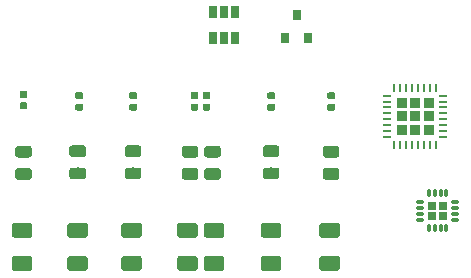
<source format=gbr>
G04 #@! TF.GenerationSoftware,KiCad,Pcbnew,(5.0.0)*
G04 #@! TF.CreationDate,2019-03-07T00:39:03-05:00*
G04 #@! TF.ProjectId,Reflow_Test1,5265666C6F775F54657374312E6B6963,rev?*
G04 #@! TF.SameCoordinates,Original*
G04 #@! TF.FileFunction,Paste,Top*
G04 #@! TF.FilePolarity,Positive*
%FSLAX46Y46*%
G04 Gerber Fmt 4.6, Leading zero omitted, Abs format (unit mm)*
G04 Created by KiCad (PCBNEW (5.0.0)) date 03/07/19 00:39:03*
%MOMM*%
%LPD*%
G01*
G04 APERTURE LIST*
%ADD10C,0.100000*%
%ADD11C,0.975000*%
%ADD12R,0.800000X0.900000*%
%ADD13C,0.590000*%
%ADD14C,1.250000*%
%ADD15O,0.300000X0.750000*%
%ADD16O,0.750000X0.300000*%
%ADD17R,0.730000X0.730000*%
%ADD18R,0.700000X0.250000*%
%ADD19R,0.250000X0.700000*%
%ADD20R,0.920000X0.920000*%
%ADD21R,0.650000X1.060000*%
G04 APERTURE END LIST*
D10*
G04 #@! TO.C,R2*
G36*
X120749142Y-102208174D02*
X120772803Y-102211684D01*
X120796007Y-102217496D01*
X120818529Y-102225554D01*
X120840153Y-102235782D01*
X120860670Y-102248079D01*
X120879883Y-102262329D01*
X120897607Y-102278393D01*
X120913671Y-102296117D01*
X120927921Y-102315330D01*
X120940218Y-102335847D01*
X120950446Y-102357471D01*
X120958504Y-102379993D01*
X120964316Y-102403197D01*
X120967826Y-102426858D01*
X120969000Y-102450750D01*
X120969000Y-102938250D01*
X120967826Y-102962142D01*
X120964316Y-102985803D01*
X120958504Y-103009007D01*
X120950446Y-103031529D01*
X120940218Y-103053153D01*
X120927921Y-103073670D01*
X120913671Y-103092883D01*
X120897607Y-103110607D01*
X120879883Y-103126671D01*
X120860670Y-103140921D01*
X120840153Y-103153218D01*
X120818529Y-103163446D01*
X120796007Y-103171504D01*
X120772803Y-103177316D01*
X120749142Y-103180826D01*
X120725250Y-103182000D01*
X119812750Y-103182000D01*
X119788858Y-103180826D01*
X119765197Y-103177316D01*
X119741993Y-103171504D01*
X119719471Y-103163446D01*
X119697847Y-103153218D01*
X119677330Y-103140921D01*
X119658117Y-103126671D01*
X119640393Y-103110607D01*
X119624329Y-103092883D01*
X119610079Y-103073670D01*
X119597782Y-103053153D01*
X119587554Y-103031529D01*
X119579496Y-103009007D01*
X119573684Y-102985803D01*
X119570174Y-102962142D01*
X119569000Y-102938250D01*
X119569000Y-102450750D01*
X119570174Y-102426858D01*
X119573684Y-102403197D01*
X119579496Y-102379993D01*
X119587554Y-102357471D01*
X119597782Y-102335847D01*
X119610079Y-102315330D01*
X119624329Y-102296117D01*
X119640393Y-102278393D01*
X119658117Y-102262329D01*
X119677330Y-102248079D01*
X119697847Y-102235782D01*
X119719471Y-102225554D01*
X119741993Y-102217496D01*
X119765197Y-102211684D01*
X119788858Y-102208174D01*
X119812750Y-102207000D01*
X120725250Y-102207000D01*
X120749142Y-102208174D01*
X120749142Y-102208174D01*
G37*
D11*
X120269000Y-102694500D03*
D10*
G36*
X120749142Y-104083174D02*
X120772803Y-104086684D01*
X120796007Y-104092496D01*
X120818529Y-104100554D01*
X120840153Y-104110782D01*
X120860670Y-104123079D01*
X120879883Y-104137329D01*
X120897607Y-104153393D01*
X120913671Y-104171117D01*
X120927921Y-104190330D01*
X120940218Y-104210847D01*
X120950446Y-104232471D01*
X120958504Y-104254993D01*
X120964316Y-104278197D01*
X120967826Y-104301858D01*
X120969000Y-104325750D01*
X120969000Y-104813250D01*
X120967826Y-104837142D01*
X120964316Y-104860803D01*
X120958504Y-104884007D01*
X120950446Y-104906529D01*
X120940218Y-104928153D01*
X120927921Y-104948670D01*
X120913671Y-104967883D01*
X120897607Y-104985607D01*
X120879883Y-105001671D01*
X120860670Y-105015921D01*
X120840153Y-105028218D01*
X120818529Y-105038446D01*
X120796007Y-105046504D01*
X120772803Y-105052316D01*
X120749142Y-105055826D01*
X120725250Y-105057000D01*
X119812750Y-105057000D01*
X119788858Y-105055826D01*
X119765197Y-105052316D01*
X119741993Y-105046504D01*
X119719471Y-105038446D01*
X119697847Y-105028218D01*
X119677330Y-105015921D01*
X119658117Y-105001671D01*
X119640393Y-104985607D01*
X119624329Y-104967883D01*
X119610079Y-104948670D01*
X119597782Y-104928153D01*
X119587554Y-104906529D01*
X119579496Y-104884007D01*
X119573684Y-104860803D01*
X119570174Y-104837142D01*
X119569000Y-104813250D01*
X119569000Y-104325750D01*
X119570174Y-104301858D01*
X119573684Y-104278197D01*
X119579496Y-104254993D01*
X119587554Y-104232471D01*
X119597782Y-104210847D01*
X119610079Y-104190330D01*
X119624329Y-104171117D01*
X119640393Y-104153393D01*
X119658117Y-104137329D01*
X119677330Y-104123079D01*
X119697847Y-104110782D01*
X119719471Y-104100554D01*
X119741993Y-104092496D01*
X119765197Y-104086684D01*
X119788858Y-104083174D01*
X119812750Y-104082000D01*
X120725250Y-104082000D01*
X120749142Y-104083174D01*
X120749142Y-104083174D01*
G37*
D11*
X120269000Y-104569500D03*
G04 #@! TD*
D12*
G04 #@! TO.C,Q1*
X142433000Y-93075000D03*
X144333000Y-93075000D03*
X143383000Y-91075000D03*
G04 #@! TD*
D10*
G04 #@! TO.C,R1*
G36*
X120455958Y-98511710D02*
X120470276Y-98513834D01*
X120484317Y-98517351D01*
X120497946Y-98522228D01*
X120511031Y-98528417D01*
X120523447Y-98535858D01*
X120535073Y-98544481D01*
X120545798Y-98554202D01*
X120555519Y-98564927D01*
X120564142Y-98576553D01*
X120571583Y-98588969D01*
X120577772Y-98602054D01*
X120582649Y-98615683D01*
X120586166Y-98629724D01*
X120588290Y-98644042D01*
X120589000Y-98658500D01*
X120589000Y-98953500D01*
X120588290Y-98967958D01*
X120586166Y-98982276D01*
X120582649Y-98996317D01*
X120577772Y-99009946D01*
X120571583Y-99023031D01*
X120564142Y-99035447D01*
X120555519Y-99047073D01*
X120545798Y-99057798D01*
X120535073Y-99067519D01*
X120523447Y-99076142D01*
X120511031Y-99083583D01*
X120497946Y-99089772D01*
X120484317Y-99094649D01*
X120470276Y-99098166D01*
X120455958Y-99100290D01*
X120441500Y-99101000D01*
X120096500Y-99101000D01*
X120082042Y-99100290D01*
X120067724Y-99098166D01*
X120053683Y-99094649D01*
X120040054Y-99089772D01*
X120026969Y-99083583D01*
X120014553Y-99076142D01*
X120002927Y-99067519D01*
X119992202Y-99057798D01*
X119982481Y-99047073D01*
X119973858Y-99035447D01*
X119966417Y-99023031D01*
X119960228Y-99009946D01*
X119955351Y-98996317D01*
X119951834Y-98982276D01*
X119949710Y-98967958D01*
X119949000Y-98953500D01*
X119949000Y-98658500D01*
X119949710Y-98644042D01*
X119951834Y-98629724D01*
X119955351Y-98615683D01*
X119960228Y-98602054D01*
X119966417Y-98588969D01*
X119973858Y-98576553D01*
X119982481Y-98564927D01*
X119992202Y-98554202D01*
X120002927Y-98544481D01*
X120014553Y-98535858D01*
X120026969Y-98528417D01*
X120040054Y-98522228D01*
X120053683Y-98517351D01*
X120067724Y-98513834D01*
X120082042Y-98511710D01*
X120096500Y-98511000D01*
X120441500Y-98511000D01*
X120455958Y-98511710D01*
X120455958Y-98511710D01*
G37*
D13*
X120269000Y-98806000D03*
D10*
G36*
X120455958Y-97541710D02*
X120470276Y-97543834D01*
X120484317Y-97547351D01*
X120497946Y-97552228D01*
X120511031Y-97558417D01*
X120523447Y-97565858D01*
X120535073Y-97574481D01*
X120545798Y-97584202D01*
X120555519Y-97594927D01*
X120564142Y-97606553D01*
X120571583Y-97618969D01*
X120577772Y-97632054D01*
X120582649Y-97645683D01*
X120586166Y-97659724D01*
X120588290Y-97674042D01*
X120589000Y-97688500D01*
X120589000Y-97983500D01*
X120588290Y-97997958D01*
X120586166Y-98012276D01*
X120582649Y-98026317D01*
X120577772Y-98039946D01*
X120571583Y-98053031D01*
X120564142Y-98065447D01*
X120555519Y-98077073D01*
X120545798Y-98087798D01*
X120535073Y-98097519D01*
X120523447Y-98106142D01*
X120511031Y-98113583D01*
X120497946Y-98119772D01*
X120484317Y-98124649D01*
X120470276Y-98128166D01*
X120455958Y-98130290D01*
X120441500Y-98131000D01*
X120096500Y-98131000D01*
X120082042Y-98130290D01*
X120067724Y-98128166D01*
X120053683Y-98124649D01*
X120040054Y-98119772D01*
X120026969Y-98113583D01*
X120014553Y-98106142D01*
X120002927Y-98097519D01*
X119992202Y-98087798D01*
X119982481Y-98077073D01*
X119973858Y-98065447D01*
X119966417Y-98053031D01*
X119960228Y-98039946D01*
X119955351Y-98026317D01*
X119951834Y-98012276D01*
X119949710Y-97997958D01*
X119949000Y-97983500D01*
X119949000Y-97688500D01*
X119949710Y-97674042D01*
X119951834Y-97659724D01*
X119955351Y-97645683D01*
X119960228Y-97632054D01*
X119966417Y-97618969D01*
X119973858Y-97606553D01*
X119982481Y-97594927D01*
X119992202Y-97584202D01*
X120002927Y-97574481D01*
X120014553Y-97565858D01*
X120026969Y-97558417D01*
X120040054Y-97552228D01*
X120053683Y-97547351D01*
X120067724Y-97543834D01*
X120082042Y-97541710D01*
X120096500Y-97541000D01*
X120441500Y-97541000D01*
X120455958Y-97541710D01*
X120455958Y-97541710D01*
G37*
D13*
X120269000Y-97836000D03*
G04 #@! TD*
D10*
G04 #@! TO.C,R3*
G36*
X120791504Y-108720204D02*
X120815773Y-108723804D01*
X120839571Y-108729765D01*
X120862671Y-108738030D01*
X120884849Y-108748520D01*
X120905893Y-108761133D01*
X120925598Y-108775747D01*
X120943777Y-108792223D01*
X120960253Y-108810402D01*
X120974867Y-108830107D01*
X120987480Y-108851151D01*
X120997970Y-108873329D01*
X121006235Y-108896429D01*
X121012196Y-108920227D01*
X121015796Y-108944496D01*
X121017000Y-108969000D01*
X121017000Y-109719000D01*
X121015796Y-109743504D01*
X121012196Y-109767773D01*
X121006235Y-109791571D01*
X120997970Y-109814671D01*
X120987480Y-109836849D01*
X120974867Y-109857893D01*
X120960253Y-109877598D01*
X120943777Y-109895777D01*
X120925598Y-109912253D01*
X120905893Y-109926867D01*
X120884849Y-109939480D01*
X120862671Y-109949970D01*
X120839571Y-109958235D01*
X120815773Y-109964196D01*
X120791504Y-109967796D01*
X120767000Y-109969000D01*
X119517000Y-109969000D01*
X119492496Y-109967796D01*
X119468227Y-109964196D01*
X119444429Y-109958235D01*
X119421329Y-109949970D01*
X119399151Y-109939480D01*
X119378107Y-109926867D01*
X119358402Y-109912253D01*
X119340223Y-109895777D01*
X119323747Y-109877598D01*
X119309133Y-109857893D01*
X119296520Y-109836849D01*
X119286030Y-109814671D01*
X119277765Y-109791571D01*
X119271804Y-109767773D01*
X119268204Y-109743504D01*
X119267000Y-109719000D01*
X119267000Y-108969000D01*
X119268204Y-108944496D01*
X119271804Y-108920227D01*
X119277765Y-108896429D01*
X119286030Y-108873329D01*
X119296520Y-108851151D01*
X119309133Y-108830107D01*
X119323747Y-108810402D01*
X119340223Y-108792223D01*
X119358402Y-108775747D01*
X119378107Y-108761133D01*
X119399151Y-108748520D01*
X119421329Y-108738030D01*
X119444429Y-108729765D01*
X119468227Y-108723804D01*
X119492496Y-108720204D01*
X119517000Y-108719000D01*
X120767000Y-108719000D01*
X120791504Y-108720204D01*
X120791504Y-108720204D01*
G37*
D14*
X120142000Y-109344000D03*
D10*
G36*
X120791504Y-111520204D02*
X120815773Y-111523804D01*
X120839571Y-111529765D01*
X120862671Y-111538030D01*
X120884849Y-111548520D01*
X120905893Y-111561133D01*
X120925598Y-111575747D01*
X120943777Y-111592223D01*
X120960253Y-111610402D01*
X120974867Y-111630107D01*
X120987480Y-111651151D01*
X120997970Y-111673329D01*
X121006235Y-111696429D01*
X121012196Y-111720227D01*
X121015796Y-111744496D01*
X121017000Y-111769000D01*
X121017000Y-112519000D01*
X121015796Y-112543504D01*
X121012196Y-112567773D01*
X121006235Y-112591571D01*
X120997970Y-112614671D01*
X120987480Y-112636849D01*
X120974867Y-112657893D01*
X120960253Y-112677598D01*
X120943777Y-112695777D01*
X120925598Y-112712253D01*
X120905893Y-112726867D01*
X120884849Y-112739480D01*
X120862671Y-112749970D01*
X120839571Y-112758235D01*
X120815773Y-112764196D01*
X120791504Y-112767796D01*
X120767000Y-112769000D01*
X119517000Y-112769000D01*
X119492496Y-112767796D01*
X119468227Y-112764196D01*
X119444429Y-112758235D01*
X119421329Y-112749970D01*
X119399151Y-112739480D01*
X119378107Y-112726867D01*
X119358402Y-112712253D01*
X119340223Y-112695777D01*
X119323747Y-112677598D01*
X119309133Y-112657893D01*
X119296520Y-112636849D01*
X119286030Y-112614671D01*
X119277765Y-112591571D01*
X119271804Y-112567773D01*
X119268204Y-112543504D01*
X119267000Y-112519000D01*
X119267000Y-111769000D01*
X119268204Y-111744496D01*
X119271804Y-111720227D01*
X119277765Y-111696429D01*
X119286030Y-111673329D01*
X119296520Y-111651151D01*
X119309133Y-111630107D01*
X119323747Y-111610402D01*
X119340223Y-111592223D01*
X119358402Y-111575747D01*
X119378107Y-111561133D01*
X119399151Y-111548520D01*
X119421329Y-111538030D01*
X119444429Y-111529765D01*
X119468227Y-111523804D01*
X119492496Y-111520204D01*
X119517000Y-111519000D01*
X120767000Y-111519000D01*
X120791504Y-111520204D01*
X120791504Y-111520204D01*
G37*
D14*
X120142000Y-112144000D03*
G04 #@! TD*
D10*
G04 #@! TO.C,R4*
G36*
X125154958Y-97645710D02*
X125169276Y-97647834D01*
X125183317Y-97651351D01*
X125196946Y-97656228D01*
X125210031Y-97662417D01*
X125222447Y-97669858D01*
X125234073Y-97678481D01*
X125244798Y-97688202D01*
X125254519Y-97698927D01*
X125263142Y-97710553D01*
X125270583Y-97722969D01*
X125276772Y-97736054D01*
X125281649Y-97749683D01*
X125285166Y-97763724D01*
X125287290Y-97778042D01*
X125288000Y-97792500D01*
X125288000Y-98087500D01*
X125287290Y-98101958D01*
X125285166Y-98116276D01*
X125281649Y-98130317D01*
X125276772Y-98143946D01*
X125270583Y-98157031D01*
X125263142Y-98169447D01*
X125254519Y-98181073D01*
X125244798Y-98191798D01*
X125234073Y-98201519D01*
X125222447Y-98210142D01*
X125210031Y-98217583D01*
X125196946Y-98223772D01*
X125183317Y-98228649D01*
X125169276Y-98232166D01*
X125154958Y-98234290D01*
X125140500Y-98235000D01*
X124795500Y-98235000D01*
X124781042Y-98234290D01*
X124766724Y-98232166D01*
X124752683Y-98228649D01*
X124739054Y-98223772D01*
X124725969Y-98217583D01*
X124713553Y-98210142D01*
X124701927Y-98201519D01*
X124691202Y-98191798D01*
X124681481Y-98181073D01*
X124672858Y-98169447D01*
X124665417Y-98157031D01*
X124659228Y-98143946D01*
X124654351Y-98130317D01*
X124650834Y-98116276D01*
X124648710Y-98101958D01*
X124648000Y-98087500D01*
X124648000Y-97792500D01*
X124648710Y-97778042D01*
X124650834Y-97763724D01*
X124654351Y-97749683D01*
X124659228Y-97736054D01*
X124665417Y-97722969D01*
X124672858Y-97710553D01*
X124681481Y-97698927D01*
X124691202Y-97688202D01*
X124701927Y-97678481D01*
X124713553Y-97669858D01*
X124725969Y-97662417D01*
X124739054Y-97656228D01*
X124752683Y-97651351D01*
X124766724Y-97647834D01*
X124781042Y-97645710D01*
X124795500Y-97645000D01*
X125140500Y-97645000D01*
X125154958Y-97645710D01*
X125154958Y-97645710D01*
G37*
D13*
X124968000Y-97940000D03*
D10*
G36*
X125154958Y-98615710D02*
X125169276Y-98617834D01*
X125183317Y-98621351D01*
X125196946Y-98626228D01*
X125210031Y-98632417D01*
X125222447Y-98639858D01*
X125234073Y-98648481D01*
X125244798Y-98658202D01*
X125254519Y-98668927D01*
X125263142Y-98680553D01*
X125270583Y-98692969D01*
X125276772Y-98706054D01*
X125281649Y-98719683D01*
X125285166Y-98733724D01*
X125287290Y-98748042D01*
X125288000Y-98762500D01*
X125288000Y-99057500D01*
X125287290Y-99071958D01*
X125285166Y-99086276D01*
X125281649Y-99100317D01*
X125276772Y-99113946D01*
X125270583Y-99127031D01*
X125263142Y-99139447D01*
X125254519Y-99151073D01*
X125244798Y-99161798D01*
X125234073Y-99171519D01*
X125222447Y-99180142D01*
X125210031Y-99187583D01*
X125196946Y-99193772D01*
X125183317Y-99198649D01*
X125169276Y-99202166D01*
X125154958Y-99204290D01*
X125140500Y-99205000D01*
X124795500Y-99205000D01*
X124781042Y-99204290D01*
X124766724Y-99202166D01*
X124752683Y-99198649D01*
X124739054Y-99193772D01*
X124725969Y-99187583D01*
X124713553Y-99180142D01*
X124701927Y-99171519D01*
X124691202Y-99161798D01*
X124681481Y-99151073D01*
X124672858Y-99139447D01*
X124665417Y-99127031D01*
X124659228Y-99113946D01*
X124654351Y-99100317D01*
X124650834Y-99086276D01*
X124648710Y-99071958D01*
X124648000Y-99057500D01*
X124648000Y-98762500D01*
X124648710Y-98748042D01*
X124650834Y-98733724D01*
X124654351Y-98719683D01*
X124659228Y-98706054D01*
X124665417Y-98692969D01*
X124672858Y-98680553D01*
X124681481Y-98668927D01*
X124691202Y-98658202D01*
X124701927Y-98648481D01*
X124713553Y-98639858D01*
X124725969Y-98632417D01*
X124739054Y-98626228D01*
X124752683Y-98621351D01*
X124766724Y-98617834D01*
X124781042Y-98615710D01*
X124795500Y-98615000D01*
X125140500Y-98615000D01*
X125154958Y-98615710D01*
X125154958Y-98615710D01*
G37*
D13*
X124968000Y-98910000D03*
G04 #@! TD*
D10*
G04 #@! TO.C,R5*
G36*
X125321142Y-104034674D02*
X125344803Y-104038184D01*
X125368007Y-104043996D01*
X125390529Y-104052054D01*
X125412153Y-104062282D01*
X125432670Y-104074579D01*
X125451883Y-104088829D01*
X125469607Y-104104893D01*
X125485671Y-104122617D01*
X125499921Y-104141830D01*
X125512218Y-104162347D01*
X125522446Y-104183971D01*
X125530504Y-104206493D01*
X125536316Y-104229697D01*
X125539826Y-104253358D01*
X125541000Y-104277250D01*
X125541000Y-104764750D01*
X125539826Y-104788642D01*
X125536316Y-104812303D01*
X125530504Y-104835507D01*
X125522446Y-104858029D01*
X125512218Y-104879653D01*
X125499921Y-104900170D01*
X125485671Y-104919383D01*
X125469607Y-104937107D01*
X125451883Y-104953171D01*
X125432670Y-104967421D01*
X125412153Y-104979718D01*
X125390529Y-104989946D01*
X125368007Y-104998004D01*
X125344803Y-105003816D01*
X125321142Y-105007326D01*
X125297250Y-105008500D01*
X124384750Y-105008500D01*
X124360858Y-105007326D01*
X124337197Y-105003816D01*
X124313993Y-104998004D01*
X124291471Y-104989946D01*
X124269847Y-104979718D01*
X124249330Y-104967421D01*
X124230117Y-104953171D01*
X124212393Y-104937107D01*
X124196329Y-104919383D01*
X124182079Y-104900170D01*
X124169782Y-104879653D01*
X124159554Y-104858029D01*
X124151496Y-104835507D01*
X124145684Y-104812303D01*
X124142174Y-104788642D01*
X124141000Y-104764750D01*
X124141000Y-104277250D01*
X124142174Y-104253358D01*
X124145684Y-104229697D01*
X124151496Y-104206493D01*
X124159554Y-104183971D01*
X124169782Y-104162347D01*
X124182079Y-104141830D01*
X124196329Y-104122617D01*
X124212393Y-104104893D01*
X124230117Y-104088829D01*
X124249330Y-104074579D01*
X124269847Y-104062282D01*
X124291471Y-104052054D01*
X124313993Y-104043996D01*
X124337197Y-104038184D01*
X124360858Y-104034674D01*
X124384750Y-104033500D01*
X125297250Y-104033500D01*
X125321142Y-104034674D01*
X125321142Y-104034674D01*
G37*
D11*
X124841000Y-104521000D03*
D10*
G36*
X125321142Y-102159674D02*
X125344803Y-102163184D01*
X125368007Y-102168996D01*
X125390529Y-102177054D01*
X125412153Y-102187282D01*
X125432670Y-102199579D01*
X125451883Y-102213829D01*
X125469607Y-102229893D01*
X125485671Y-102247617D01*
X125499921Y-102266830D01*
X125512218Y-102287347D01*
X125522446Y-102308971D01*
X125530504Y-102331493D01*
X125536316Y-102354697D01*
X125539826Y-102378358D01*
X125541000Y-102402250D01*
X125541000Y-102889750D01*
X125539826Y-102913642D01*
X125536316Y-102937303D01*
X125530504Y-102960507D01*
X125522446Y-102983029D01*
X125512218Y-103004653D01*
X125499921Y-103025170D01*
X125485671Y-103044383D01*
X125469607Y-103062107D01*
X125451883Y-103078171D01*
X125432670Y-103092421D01*
X125412153Y-103104718D01*
X125390529Y-103114946D01*
X125368007Y-103123004D01*
X125344803Y-103128816D01*
X125321142Y-103132326D01*
X125297250Y-103133500D01*
X124384750Y-103133500D01*
X124360858Y-103132326D01*
X124337197Y-103128816D01*
X124313993Y-103123004D01*
X124291471Y-103114946D01*
X124269847Y-103104718D01*
X124249330Y-103092421D01*
X124230117Y-103078171D01*
X124212393Y-103062107D01*
X124196329Y-103044383D01*
X124182079Y-103025170D01*
X124169782Y-103004653D01*
X124159554Y-102983029D01*
X124151496Y-102960507D01*
X124145684Y-102937303D01*
X124142174Y-102913642D01*
X124141000Y-102889750D01*
X124141000Y-102402250D01*
X124142174Y-102378358D01*
X124145684Y-102354697D01*
X124151496Y-102331493D01*
X124159554Y-102308971D01*
X124169782Y-102287347D01*
X124182079Y-102266830D01*
X124196329Y-102247617D01*
X124212393Y-102229893D01*
X124230117Y-102213829D01*
X124249330Y-102199579D01*
X124269847Y-102187282D01*
X124291471Y-102177054D01*
X124313993Y-102168996D01*
X124337197Y-102163184D01*
X124360858Y-102159674D01*
X124384750Y-102158500D01*
X125297250Y-102158500D01*
X125321142Y-102159674D01*
X125321142Y-102159674D01*
G37*
D11*
X124841000Y-102646000D03*
G04 #@! TD*
D10*
G04 #@! TO.C,R6*
G36*
X125490504Y-111523204D02*
X125514773Y-111526804D01*
X125538571Y-111532765D01*
X125561671Y-111541030D01*
X125583849Y-111551520D01*
X125604893Y-111564133D01*
X125624598Y-111578747D01*
X125642777Y-111595223D01*
X125659253Y-111613402D01*
X125673867Y-111633107D01*
X125686480Y-111654151D01*
X125696970Y-111676329D01*
X125705235Y-111699429D01*
X125711196Y-111723227D01*
X125714796Y-111747496D01*
X125716000Y-111772000D01*
X125716000Y-112522000D01*
X125714796Y-112546504D01*
X125711196Y-112570773D01*
X125705235Y-112594571D01*
X125696970Y-112617671D01*
X125686480Y-112639849D01*
X125673867Y-112660893D01*
X125659253Y-112680598D01*
X125642777Y-112698777D01*
X125624598Y-112715253D01*
X125604893Y-112729867D01*
X125583849Y-112742480D01*
X125561671Y-112752970D01*
X125538571Y-112761235D01*
X125514773Y-112767196D01*
X125490504Y-112770796D01*
X125466000Y-112772000D01*
X124216000Y-112772000D01*
X124191496Y-112770796D01*
X124167227Y-112767196D01*
X124143429Y-112761235D01*
X124120329Y-112752970D01*
X124098151Y-112742480D01*
X124077107Y-112729867D01*
X124057402Y-112715253D01*
X124039223Y-112698777D01*
X124022747Y-112680598D01*
X124008133Y-112660893D01*
X123995520Y-112639849D01*
X123985030Y-112617671D01*
X123976765Y-112594571D01*
X123970804Y-112570773D01*
X123967204Y-112546504D01*
X123966000Y-112522000D01*
X123966000Y-111772000D01*
X123967204Y-111747496D01*
X123970804Y-111723227D01*
X123976765Y-111699429D01*
X123985030Y-111676329D01*
X123995520Y-111654151D01*
X124008133Y-111633107D01*
X124022747Y-111613402D01*
X124039223Y-111595223D01*
X124057402Y-111578747D01*
X124077107Y-111564133D01*
X124098151Y-111551520D01*
X124120329Y-111541030D01*
X124143429Y-111532765D01*
X124167227Y-111526804D01*
X124191496Y-111523204D01*
X124216000Y-111522000D01*
X125466000Y-111522000D01*
X125490504Y-111523204D01*
X125490504Y-111523204D01*
G37*
D14*
X124841000Y-112147000D03*
D10*
G36*
X125490504Y-108723204D02*
X125514773Y-108726804D01*
X125538571Y-108732765D01*
X125561671Y-108741030D01*
X125583849Y-108751520D01*
X125604893Y-108764133D01*
X125624598Y-108778747D01*
X125642777Y-108795223D01*
X125659253Y-108813402D01*
X125673867Y-108833107D01*
X125686480Y-108854151D01*
X125696970Y-108876329D01*
X125705235Y-108899429D01*
X125711196Y-108923227D01*
X125714796Y-108947496D01*
X125716000Y-108972000D01*
X125716000Y-109722000D01*
X125714796Y-109746504D01*
X125711196Y-109770773D01*
X125705235Y-109794571D01*
X125696970Y-109817671D01*
X125686480Y-109839849D01*
X125673867Y-109860893D01*
X125659253Y-109880598D01*
X125642777Y-109898777D01*
X125624598Y-109915253D01*
X125604893Y-109929867D01*
X125583849Y-109942480D01*
X125561671Y-109952970D01*
X125538571Y-109961235D01*
X125514773Y-109967196D01*
X125490504Y-109970796D01*
X125466000Y-109972000D01*
X124216000Y-109972000D01*
X124191496Y-109970796D01*
X124167227Y-109967196D01*
X124143429Y-109961235D01*
X124120329Y-109952970D01*
X124098151Y-109942480D01*
X124077107Y-109929867D01*
X124057402Y-109915253D01*
X124039223Y-109898777D01*
X124022747Y-109880598D01*
X124008133Y-109860893D01*
X123995520Y-109839849D01*
X123985030Y-109817671D01*
X123976765Y-109794571D01*
X123970804Y-109770773D01*
X123967204Y-109746504D01*
X123966000Y-109722000D01*
X123966000Y-108972000D01*
X123967204Y-108947496D01*
X123970804Y-108923227D01*
X123976765Y-108899429D01*
X123985030Y-108876329D01*
X123995520Y-108854151D01*
X124008133Y-108833107D01*
X124022747Y-108813402D01*
X124039223Y-108795223D01*
X124057402Y-108778747D01*
X124077107Y-108764133D01*
X124098151Y-108751520D01*
X124120329Y-108741030D01*
X124143429Y-108732765D01*
X124167227Y-108726804D01*
X124191496Y-108723204D01*
X124216000Y-108722000D01*
X125466000Y-108722000D01*
X125490504Y-108723204D01*
X125490504Y-108723204D01*
G37*
D14*
X124841000Y-109347000D03*
G04 #@! TD*
D10*
G04 #@! TO.C,R7*
G36*
X129726958Y-98615710D02*
X129741276Y-98617834D01*
X129755317Y-98621351D01*
X129768946Y-98626228D01*
X129782031Y-98632417D01*
X129794447Y-98639858D01*
X129806073Y-98648481D01*
X129816798Y-98658202D01*
X129826519Y-98668927D01*
X129835142Y-98680553D01*
X129842583Y-98692969D01*
X129848772Y-98706054D01*
X129853649Y-98719683D01*
X129857166Y-98733724D01*
X129859290Y-98748042D01*
X129860000Y-98762500D01*
X129860000Y-99057500D01*
X129859290Y-99071958D01*
X129857166Y-99086276D01*
X129853649Y-99100317D01*
X129848772Y-99113946D01*
X129842583Y-99127031D01*
X129835142Y-99139447D01*
X129826519Y-99151073D01*
X129816798Y-99161798D01*
X129806073Y-99171519D01*
X129794447Y-99180142D01*
X129782031Y-99187583D01*
X129768946Y-99193772D01*
X129755317Y-99198649D01*
X129741276Y-99202166D01*
X129726958Y-99204290D01*
X129712500Y-99205000D01*
X129367500Y-99205000D01*
X129353042Y-99204290D01*
X129338724Y-99202166D01*
X129324683Y-99198649D01*
X129311054Y-99193772D01*
X129297969Y-99187583D01*
X129285553Y-99180142D01*
X129273927Y-99171519D01*
X129263202Y-99161798D01*
X129253481Y-99151073D01*
X129244858Y-99139447D01*
X129237417Y-99127031D01*
X129231228Y-99113946D01*
X129226351Y-99100317D01*
X129222834Y-99086276D01*
X129220710Y-99071958D01*
X129220000Y-99057500D01*
X129220000Y-98762500D01*
X129220710Y-98748042D01*
X129222834Y-98733724D01*
X129226351Y-98719683D01*
X129231228Y-98706054D01*
X129237417Y-98692969D01*
X129244858Y-98680553D01*
X129253481Y-98668927D01*
X129263202Y-98658202D01*
X129273927Y-98648481D01*
X129285553Y-98639858D01*
X129297969Y-98632417D01*
X129311054Y-98626228D01*
X129324683Y-98621351D01*
X129338724Y-98617834D01*
X129353042Y-98615710D01*
X129367500Y-98615000D01*
X129712500Y-98615000D01*
X129726958Y-98615710D01*
X129726958Y-98615710D01*
G37*
D13*
X129540000Y-98910000D03*
D10*
G36*
X129726958Y-97645710D02*
X129741276Y-97647834D01*
X129755317Y-97651351D01*
X129768946Y-97656228D01*
X129782031Y-97662417D01*
X129794447Y-97669858D01*
X129806073Y-97678481D01*
X129816798Y-97688202D01*
X129826519Y-97698927D01*
X129835142Y-97710553D01*
X129842583Y-97722969D01*
X129848772Y-97736054D01*
X129853649Y-97749683D01*
X129857166Y-97763724D01*
X129859290Y-97778042D01*
X129860000Y-97792500D01*
X129860000Y-98087500D01*
X129859290Y-98101958D01*
X129857166Y-98116276D01*
X129853649Y-98130317D01*
X129848772Y-98143946D01*
X129842583Y-98157031D01*
X129835142Y-98169447D01*
X129826519Y-98181073D01*
X129816798Y-98191798D01*
X129806073Y-98201519D01*
X129794447Y-98210142D01*
X129782031Y-98217583D01*
X129768946Y-98223772D01*
X129755317Y-98228649D01*
X129741276Y-98232166D01*
X129726958Y-98234290D01*
X129712500Y-98235000D01*
X129367500Y-98235000D01*
X129353042Y-98234290D01*
X129338724Y-98232166D01*
X129324683Y-98228649D01*
X129311054Y-98223772D01*
X129297969Y-98217583D01*
X129285553Y-98210142D01*
X129273927Y-98201519D01*
X129263202Y-98191798D01*
X129253481Y-98181073D01*
X129244858Y-98169447D01*
X129237417Y-98157031D01*
X129231228Y-98143946D01*
X129226351Y-98130317D01*
X129222834Y-98116276D01*
X129220710Y-98101958D01*
X129220000Y-98087500D01*
X129220000Y-97792500D01*
X129220710Y-97778042D01*
X129222834Y-97763724D01*
X129226351Y-97749683D01*
X129231228Y-97736054D01*
X129237417Y-97722969D01*
X129244858Y-97710553D01*
X129253481Y-97698927D01*
X129263202Y-97688202D01*
X129273927Y-97678481D01*
X129285553Y-97669858D01*
X129297969Y-97662417D01*
X129311054Y-97656228D01*
X129324683Y-97651351D01*
X129338724Y-97647834D01*
X129353042Y-97645710D01*
X129367500Y-97645000D01*
X129712500Y-97645000D01*
X129726958Y-97645710D01*
X129726958Y-97645710D01*
G37*
D13*
X129540000Y-97940000D03*
G04 #@! TD*
D10*
G04 #@! TO.C,R8*
G36*
X130020142Y-102159674D02*
X130043803Y-102163184D01*
X130067007Y-102168996D01*
X130089529Y-102177054D01*
X130111153Y-102187282D01*
X130131670Y-102199579D01*
X130150883Y-102213829D01*
X130168607Y-102229893D01*
X130184671Y-102247617D01*
X130198921Y-102266830D01*
X130211218Y-102287347D01*
X130221446Y-102308971D01*
X130229504Y-102331493D01*
X130235316Y-102354697D01*
X130238826Y-102378358D01*
X130240000Y-102402250D01*
X130240000Y-102889750D01*
X130238826Y-102913642D01*
X130235316Y-102937303D01*
X130229504Y-102960507D01*
X130221446Y-102983029D01*
X130211218Y-103004653D01*
X130198921Y-103025170D01*
X130184671Y-103044383D01*
X130168607Y-103062107D01*
X130150883Y-103078171D01*
X130131670Y-103092421D01*
X130111153Y-103104718D01*
X130089529Y-103114946D01*
X130067007Y-103123004D01*
X130043803Y-103128816D01*
X130020142Y-103132326D01*
X129996250Y-103133500D01*
X129083750Y-103133500D01*
X129059858Y-103132326D01*
X129036197Y-103128816D01*
X129012993Y-103123004D01*
X128990471Y-103114946D01*
X128968847Y-103104718D01*
X128948330Y-103092421D01*
X128929117Y-103078171D01*
X128911393Y-103062107D01*
X128895329Y-103044383D01*
X128881079Y-103025170D01*
X128868782Y-103004653D01*
X128858554Y-102983029D01*
X128850496Y-102960507D01*
X128844684Y-102937303D01*
X128841174Y-102913642D01*
X128840000Y-102889750D01*
X128840000Y-102402250D01*
X128841174Y-102378358D01*
X128844684Y-102354697D01*
X128850496Y-102331493D01*
X128858554Y-102308971D01*
X128868782Y-102287347D01*
X128881079Y-102266830D01*
X128895329Y-102247617D01*
X128911393Y-102229893D01*
X128929117Y-102213829D01*
X128948330Y-102199579D01*
X128968847Y-102187282D01*
X128990471Y-102177054D01*
X129012993Y-102168996D01*
X129036197Y-102163184D01*
X129059858Y-102159674D01*
X129083750Y-102158500D01*
X129996250Y-102158500D01*
X130020142Y-102159674D01*
X130020142Y-102159674D01*
G37*
D11*
X129540000Y-102646000D03*
D10*
G36*
X130020142Y-104034674D02*
X130043803Y-104038184D01*
X130067007Y-104043996D01*
X130089529Y-104052054D01*
X130111153Y-104062282D01*
X130131670Y-104074579D01*
X130150883Y-104088829D01*
X130168607Y-104104893D01*
X130184671Y-104122617D01*
X130198921Y-104141830D01*
X130211218Y-104162347D01*
X130221446Y-104183971D01*
X130229504Y-104206493D01*
X130235316Y-104229697D01*
X130238826Y-104253358D01*
X130240000Y-104277250D01*
X130240000Y-104764750D01*
X130238826Y-104788642D01*
X130235316Y-104812303D01*
X130229504Y-104835507D01*
X130221446Y-104858029D01*
X130211218Y-104879653D01*
X130198921Y-104900170D01*
X130184671Y-104919383D01*
X130168607Y-104937107D01*
X130150883Y-104953171D01*
X130131670Y-104967421D01*
X130111153Y-104979718D01*
X130089529Y-104989946D01*
X130067007Y-104998004D01*
X130043803Y-105003816D01*
X130020142Y-105007326D01*
X129996250Y-105008500D01*
X129083750Y-105008500D01*
X129059858Y-105007326D01*
X129036197Y-105003816D01*
X129012993Y-104998004D01*
X128990471Y-104989946D01*
X128968847Y-104979718D01*
X128948330Y-104967421D01*
X128929117Y-104953171D01*
X128911393Y-104937107D01*
X128895329Y-104919383D01*
X128881079Y-104900170D01*
X128868782Y-104879653D01*
X128858554Y-104858029D01*
X128850496Y-104835507D01*
X128844684Y-104812303D01*
X128841174Y-104788642D01*
X128840000Y-104764750D01*
X128840000Y-104277250D01*
X128841174Y-104253358D01*
X128844684Y-104229697D01*
X128850496Y-104206493D01*
X128858554Y-104183971D01*
X128868782Y-104162347D01*
X128881079Y-104141830D01*
X128895329Y-104122617D01*
X128911393Y-104104893D01*
X128929117Y-104088829D01*
X128948330Y-104074579D01*
X128968847Y-104062282D01*
X128990471Y-104052054D01*
X129012993Y-104043996D01*
X129036197Y-104038184D01*
X129059858Y-104034674D01*
X129083750Y-104033500D01*
X129996250Y-104033500D01*
X130020142Y-104034674D01*
X130020142Y-104034674D01*
G37*
D11*
X129540000Y-104521000D03*
G04 #@! TD*
D10*
G04 #@! TO.C,R9*
G36*
X130062504Y-111520204D02*
X130086773Y-111523804D01*
X130110571Y-111529765D01*
X130133671Y-111538030D01*
X130155849Y-111548520D01*
X130176893Y-111561133D01*
X130196598Y-111575747D01*
X130214777Y-111592223D01*
X130231253Y-111610402D01*
X130245867Y-111630107D01*
X130258480Y-111651151D01*
X130268970Y-111673329D01*
X130277235Y-111696429D01*
X130283196Y-111720227D01*
X130286796Y-111744496D01*
X130288000Y-111769000D01*
X130288000Y-112519000D01*
X130286796Y-112543504D01*
X130283196Y-112567773D01*
X130277235Y-112591571D01*
X130268970Y-112614671D01*
X130258480Y-112636849D01*
X130245867Y-112657893D01*
X130231253Y-112677598D01*
X130214777Y-112695777D01*
X130196598Y-112712253D01*
X130176893Y-112726867D01*
X130155849Y-112739480D01*
X130133671Y-112749970D01*
X130110571Y-112758235D01*
X130086773Y-112764196D01*
X130062504Y-112767796D01*
X130038000Y-112769000D01*
X128788000Y-112769000D01*
X128763496Y-112767796D01*
X128739227Y-112764196D01*
X128715429Y-112758235D01*
X128692329Y-112749970D01*
X128670151Y-112739480D01*
X128649107Y-112726867D01*
X128629402Y-112712253D01*
X128611223Y-112695777D01*
X128594747Y-112677598D01*
X128580133Y-112657893D01*
X128567520Y-112636849D01*
X128557030Y-112614671D01*
X128548765Y-112591571D01*
X128542804Y-112567773D01*
X128539204Y-112543504D01*
X128538000Y-112519000D01*
X128538000Y-111769000D01*
X128539204Y-111744496D01*
X128542804Y-111720227D01*
X128548765Y-111696429D01*
X128557030Y-111673329D01*
X128567520Y-111651151D01*
X128580133Y-111630107D01*
X128594747Y-111610402D01*
X128611223Y-111592223D01*
X128629402Y-111575747D01*
X128649107Y-111561133D01*
X128670151Y-111548520D01*
X128692329Y-111538030D01*
X128715429Y-111529765D01*
X128739227Y-111523804D01*
X128763496Y-111520204D01*
X128788000Y-111519000D01*
X130038000Y-111519000D01*
X130062504Y-111520204D01*
X130062504Y-111520204D01*
G37*
D14*
X129413000Y-112144000D03*
D10*
G36*
X130062504Y-108720204D02*
X130086773Y-108723804D01*
X130110571Y-108729765D01*
X130133671Y-108738030D01*
X130155849Y-108748520D01*
X130176893Y-108761133D01*
X130196598Y-108775747D01*
X130214777Y-108792223D01*
X130231253Y-108810402D01*
X130245867Y-108830107D01*
X130258480Y-108851151D01*
X130268970Y-108873329D01*
X130277235Y-108896429D01*
X130283196Y-108920227D01*
X130286796Y-108944496D01*
X130288000Y-108969000D01*
X130288000Y-109719000D01*
X130286796Y-109743504D01*
X130283196Y-109767773D01*
X130277235Y-109791571D01*
X130268970Y-109814671D01*
X130258480Y-109836849D01*
X130245867Y-109857893D01*
X130231253Y-109877598D01*
X130214777Y-109895777D01*
X130196598Y-109912253D01*
X130176893Y-109926867D01*
X130155849Y-109939480D01*
X130133671Y-109949970D01*
X130110571Y-109958235D01*
X130086773Y-109964196D01*
X130062504Y-109967796D01*
X130038000Y-109969000D01*
X128788000Y-109969000D01*
X128763496Y-109967796D01*
X128739227Y-109964196D01*
X128715429Y-109958235D01*
X128692329Y-109949970D01*
X128670151Y-109939480D01*
X128649107Y-109926867D01*
X128629402Y-109912253D01*
X128611223Y-109895777D01*
X128594747Y-109877598D01*
X128580133Y-109857893D01*
X128567520Y-109836849D01*
X128557030Y-109814671D01*
X128548765Y-109791571D01*
X128542804Y-109767773D01*
X128539204Y-109743504D01*
X128538000Y-109719000D01*
X128538000Y-108969000D01*
X128539204Y-108944496D01*
X128542804Y-108920227D01*
X128548765Y-108896429D01*
X128557030Y-108873329D01*
X128567520Y-108851151D01*
X128580133Y-108830107D01*
X128594747Y-108810402D01*
X128611223Y-108792223D01*
X128629402Y-108775747D01*
X128649107Y-108761133D01*
X128670151Y-108748520D01*
X128692329Y-108738030D01*
X128715429Y-108729765D01*
X128739227Y-108723804D01*
X128763496Y-108720204D01*
X128788000Y-108719000D01*
X130038000Y-108719000D01*
X130062504Y-108720204D01*
X130062504Y-108720204D01*
G37*
D14*
X129413000Y-109344000D03*
G04 #@! TD*
D10*
G04 #@! TO.C,R10*
G36*
X134933958Y-97645710D02*
X134948276Y-97647834D01*
X134962317Y-97651351D01*
X134975946Y-97656228D01*
X134989031Y-97662417D01*
X135001447Y-97669858D01*
X135013073Y-97678481D01*
X135023798Y-97688202D01*
X135033519Y-97698927D01*
X135042142Y-97710553D01*
X135049583Y-97722969D01*
X135055772Y-97736054D01*
X135060649Y-97749683D01*
X135064166Y-97763724D01*
X135066290Y-97778042D01*
X135067000Y-97792500D01*
X135067000Y-98087500D01*
X135066290Y-98101958D01*
X135064166Y-98116276D01*
X135060649Y-98130317D01*
X135055772Y-98143946D01*
X135049583Y-98157031D01*
X135042142Y-98169447D01*
X135033519Y-98181073D01*
X135023798Y-98191798D01*
X135013073Y-98201519D01*
X135001447Y-98210142D01*
X134989031Y-98217583D01*
X134975946Y-98223772D01*
X134962317Y-98228649D01*
X134948276Y-98232166D01*
X134933958Y-98234290D01*
X134919500Y-98235000D01*
X134574500Y-98235000D01*
X134560042Y-98234290D01*
X134545724Y-98232166D01*
X134531683Y-98228649D01*
X134518054Y-98223772D01*
X134504969Y-98217583D01*
X134492553Y-98210142D01*
X134480927Y-98201519D01*
X134470202Y-98191798D01*
X134460481Y-98181073D01*
X134451858Y-98169447D01*
X134444417Y-98157031D01*
X134438228Y-98143946D01*
X134433351Y-98130317D01*
X134429834Y-98116276D01*
X134427710Y-98101958D01*
X134427000Y-98087500D01*
X134427000Y-97792500D01*
X134427710Y-97778042D01*
X134429834Y-97763724D01*
X134433351Y-97749683D01*
X134438228Y-97736054D01*
X134444417Y-97722969D01*
X134451858Y-97710553D01*
X134460481Y-97698927D01*
X134470202Y-97688202D01*
X134480927Y-97678481D01*
X134492553Y-97669858D01*
X134504969Y-97662417D01*
X134518054Y-97656228D01*
X134531683Y-97651351D01*
X134545724Y-97647834D01*
X134560042Y-97645710D01*
X134574500Y-97645000D01*
X134919500Y-97645000D01*
X134933958Y-97645710D01*
X134933958Y-97645710D01*
G37*
D13*
X134747000Y-97940000D03*
D10*
G36*
X134933958Y-98615710D02*
X134948276Y-98617834D01*
X134962317Y-98621351D01*
X134975946Y-98626228D01*
X134989031Y-98632417D01*
X135001447Y-98639858D01*
X135013073Y-98648481D01*
X135023798Y-98658202D01*
X135033519Y-98668927D01*
X135042142Y-98680553D01*
X135049583Y-98692969D01*
X135055772Y-98706054D01*
X135060649Y-98719683D01*
X135064166Y-98733724D01*
X135066290Y-98748042D01*
X135067000Y-98762500D01*
X135067000Y-99057500D01*
X135066290Y-99071958D01*
X135064166Y-99086276D01*
X135060649Y-99100317D01*
X135055772Y-99113946D01*
X135049583Y-99127031D01*
X135042142Y-99139447D01*
X135033519Y-99151073D01*
X135023798Y-99161798D01*
X135013073Y-99171519D01*
X135001447Y-99180142D01*
X134989031Y-99187583D01*
X134975946Y-99193772D01*
X134962317Y-99198649D01*
X134948276Y-99202166D01*
X134933958Y-99204290D01*
X134919500Y-99205000D01*
X134574500Y-99205000D01*
X134560042Y-99204290D01*
X134545724Y-99202166D01*
X134531683Y-99198649D01*
X134518054Y-99193772D01*
X134504969Y-99187583D01*
X134492553Y-99180142D01*
X134480927Y-99171519D01*
X134470202Y-99161798D01*
X134460481Y-99151073D01*
X134451858Y-99139447D01*
X134444417Y-99127031D01*
X134438228Y-99113946D01*
X134433351Y-99100317D01*
X134429834Y-99086276D01*
X134427710Y-99071958D01*
X134427000Y-99057500D01*
X134427000Y-98762500D01*
X134427710Y-98748042D01*
X134429834Y-98733724D01*
X134433351Y-98719683D01*
X134438228Y-98706054D01*
X134444417Y-98692969D01*
X134451858Y-98680553D01*
X134460481Y-98668927D01*
X134470202Y-98658202D01*
X134480927Y-98648481D01*
X134492553Y-98639858D01*
X134504969Y-98632417D01*
X134518054Y-98626228D01*
X134531683Y-98621351D01*
X134545724Y-98617834D01*
X134560042Y-98615710D01*
X134574500Y-98615000D01*
X134919500Y-98615000D01*
X134933958Y-98615710D01*
X134933958Y-98615710D01*
G37*
D13*
X134747000Y-98910000D03*
G04 #@! TD*
D10*
G04 #@! TO.C,R11*
G36*
X134846142Y-104083174D02*
X134869803Y-104086684D01*
X134893007Y-104092496D01*
X134915529Y-104100554D01*
X134937153Y-104110782D01*
X134957670Y-104123079D01*
X134976883Y-104137329D01*
X134994607Y-104153393D01*
X135010671Y-104171117D01*
X135024921Y-104190330D01*
X135037218Y-104210847D01*
X135047446Y-104232471D01*
X135055504Y-104254993D01*
X135061316Y-104278197D01*
X135064826Y-104301858D01*
X135066000Y-104325750D01*
X135066000Y-104813250D01*
X135064826Y-104837142D01*
X135061316Y-104860803D01*
X135055504Y-104884007D01*
X135047446Y-104906529D01*
X135037218Y-104928153D01*
X135024921Y-104948670D01*
X135010671Y-104967883D01*
X134994607Y-104985607D01*
X134976883Y-105001671D01*
X134957670Y-105015921D01*
X134937153Y-105028218D01*
X134915529Y-105038446D01*
X134893007Y-105046504D01*
X134869803Y-105052316D01*
X134846142Y-105055826D01*
X134822250Y-105057000D01*
X133909750Y-105057000D01*
X133885858Y-105055826D01*
X133862197Y-105052316D01*
X133838993Y-105046504D01*
X133816471Y-105038446D01*
X133794847Y-105028218D01*
X133774330Y-105015921D01*
X133755117Y-105001671D01*
X133737393Y-104985607D01*
X133721329Y-104967883D01*
X133707079Y-104948670D01*
X133694782Y-104928153D01*
X133684554Y-104906529D01*
X133676496Y-104884007D01*
X133670684Y-104860803D01*
X133667174Y-104837142D01*
X133666000Y-104813250D01*
X133666000Y-104325750D01*
X133667174Y-104301858D01*
X133670684Y-104278197D01*
X133676496Y-104254993D01*
X133684554Y-104232471D01*
X133694782Y-104210847D01*
X133707079Y-104190330D01*
X133721329Y-104171117D01*
X133737393Y-104153393D01*
X133755117Y-104137329D01*
X133774330Y-104123079D01*
X133794847Y-104110782D01*
X133816471Y-104100554D01*
X133838993Y-104092496D01*
X133862197Y-104086684D01*
X133885858Y-104083174D01*
X133909750Y-104082000D01*
X134822250Y-104082000D01*
X134846142Y-104083174D01*
X134846142Y-104083174D01*
G37*
D11*
X134366000Y-104569500D03*
D10*
G36*
X134846142Y-102208174D02*
X134869803Y-102211684D01*
X134893007Y-102217496D01*
X134915529Y-102225554D01*
X134937153Y-102235782D01*
X134957670Y-102248079D01*
X134976883Y-102262329D01*
X134994607Y-102278393D01*
X135010671Y-102296117D01*
X135024921Y-102315330D01*
X135037218Y-102335847D01*
X135047446Y-102357471D01*
X135055504Y-102379993D01*
X135061316Y-102403197D01*
X135064826Y-102426858D01*
X135066000Y-102450750D01*
X135066000Y-102938250D01*
X135064826Y-102962142D01*
X135061316Y-102985803D01*
X135055504Y-103009007D01*
X135047446Y-103031529D01*
X135037218Y-103053153D01*
X135024921Y-103073670D01*
X135010671Y-103092883D01*
X134994607Y-103110607D01*
X134976883Y-103126671D01*
X134957670Y-103140921D01*
X134937153Y-103153218D01*
X134915529Y-103163446D01*
X134893007Y-103171504D01*
X134869803Y-103177316D01*
X134846142Y-103180826D01*
X134822250Y-103182000D01*
X133909750Y-103182000D01*
X133885858Y-103180826D01*
X133862197Y-103177316D01*
X133838993Y-103171504D01*
X133816471Y-103163446D01*
X133794847Y-103153218D01*
X133774330Y-103140921D01*
X133755117Y-103126671D01*
X133737393Y-103110607D01*
X133721329Y-103092883D01*
X133707079Y-103073670D01*
X133694782Y-103053153D01*
X133684554Y-103031529D01*
X133676496Y-103009007D01*
X133670684Y-102985803D01*
X133667174Y-102962142D01*
X133666000Y-102938250D01*
X133666000Y-102450750D01*
X133667174Y-102426858D01*
X133670684Y-102403197D01*
X133676496Y-102379993D01*
X133684554Y-102357471D01*
X133694782Y-102335847D01*
X133707079Y-102315330D01*
X133721329Y-102296117D01*
X133737393Y-102278393D01*
X133755117Y-102262329D01*
X133774330Y-102248079D01*
X133794847Y-102235782D01*
X133816471Y-102225554D01*
X133838993Y-102217496D01*
X133862197Y-102211684D01*
X133885858Y-102208174D01*
X133909750Y-102207000D01*
X134822250Y-102207000D01*
X134846142Y-102208174D01*
X134846142Y-102208174D01*
G37*
D11*
X134366000Y-102694500D03*
G04 #@! TD*
D10*
G04 #@! TO.C,R12*
G36*
X137047504Y-108720204D02*
X137071773Y-108723804D01*
X137095571Y-108729765D01*
X137118671Y-108738030D01*
X137140849Y-108748520D01*
X137161893Y-108761133D01*
X137181598Y-108775747D01*
X137199777Y-108792223D01*
X137216253Y-108810402D01*
X137230867Y-108830107D01*
X137243480Y-108851151D01*
X137253970Y-108873329D01*
X137262235Y-108896429D01*
X137268196Y-108920227D01*
X137271796Y-108944496D01*
X137273000Y-108969000D01*
X137273000Y-109719000D01*
X137271796Y-109743504D01*
X137268196Y-109767773D01*
X137262235Y-109791571D01*
X137253970Y-109814671D01*
X137243480Y-109836849D01*
X137230867Y-109857893D01*
X137216253Y-109877598D01*
X137199777Y-109895777D01*
X137181598Y-109912253D01*
X137161893Y-109926867D01*
X137140849Y-109939480D01*
X137118671Y-109949970D01*
X137095571Y-109958235D01*
X137071773Y-109964196D01*
X137047504Y-109967796D01*
X137023000Y-109969000D01*
X135773000Y-109969000D01*
X135748496Y-109967796D01*
X135724227Y-109964196D01*
X135700429Y-109958235D01*
X135677329Y-109949970D01*
X135655151Y-109939480D01*
X135634107Y-109926867D01*
X135614402Y-109912253D01*
X135596223Y-109895777D01*
X135579747Y-109877598D01*
X135565133Y-109857893D01*
X135552520Y-109836849D01*
X135542030Y-109814671D01*
X135533765Y-109791571D01*
X135527804Y-109767773D01*
X135524204Y-109743504D01*
X135523000Y-109719000D01*
X135523000Y-108969000D01*
X135524204Y-108944496D01*
X135527804Y-108920227D01*
X135533765Y-108896429D01*
X135542030Y-108873329D01*
X135552520Y-108851151D01*
X135565133Y-108830107D01*
X135579747Y-108810402D01*
X135596223Y-108792223D01*
X135614402Y-108775747D01*
X135634107Y-108761133D01*
X135655151Y-108748520D01*
X135677329Y-108738030D01*
X135700429Y-108729765D01*
X135724227Y-108723804D01*
X135748496Y-108720204D01*
X135773000Y-108719000D01*
X137023000Y-108719000D01*
X137047504Y-108720204D01*
X137047504Y-108720204D01*
G37*
D14*
X136398000Y-109344000D03*
D10*
G36*
X137047504Y-111520204D02*
X137071773Y-111523804D01*
X137095571Y-111529765D01*
X137118671Y-111538030D01*
X137140849Y-111548520D01*
X137161893Y-111561133D01*
X137181598Y-111575747D01*
X137199777Y-111592223D01*
X137216253Y-111610402D01*
X137230867Y-111630107D01*
X137243480Y-111651151D01*
X137253970Y-111673329D01*
X137262235Y-111696429D01*
X137268196Y-111720227D01*
X137271796Y-111744496D01*
X137273000Y-111769000D01*
X137273000Y-112519000D01*
X137271796Y-112543504D01*
X137268196Y-112567773D01*
X137262235Y-112591571D01*
X137253970Y-112614671D01*
X137243480Y-112636849D01*
X137230867Y-112657893D01*
X137216253Y-112677598D01*
X137199777Y-112695777D01*
X137181598Y-112712253D01*
X137161893Y-112726867D01*
X137140849Y-112739480D01*
X137118671Y-112749970D01*
X137095571Y-112758235D01*
X137071773Y-112764196D01*
X137047504Y-112767796D01*
X137023000Y-112769000D01*
X135773000Y-112769000D01*
X135748496Y-112767796D01*
X135724227Y-112764196D01*
X135700429Y-112758235D01*
X135677329Y-112749970D01*
X135655151Y-112739480D01*
X135634107Y-112726867D01*
X135614402Y-112712253D01*
X135596223Y-112695777D01*
X135579747Y-112677598D01*
X135565133Y-112657893D01*
X135552520Y-112636849D01*
X135542030Y-112614671D01*
X135533765Y-112591571D01*
X135527804Y-112567773D01*
X135524204Y-112543504D01*
X135523000Y-112519000D01*
X135523000Y-111769000D01*
X135524204Y-111744496D01*
X135527804Y-111720227D01*
X135533765Y-111696429D01*
X135542030Y-111673329D01*
X135552520Y-111651151D01*
X135565133Y-111630107D01*
X135579747Y-111610402D01*
X135596223Y-111592223D01*
X135614402Y-111575747D01*
X135634107Y-111561133D01*
X135655151Y-111548520D01*
X135677329Y-111538030D01*
X135700429Y-111529765D01*
X135724227Y-111523804D01*
X135748496Y-111520204D01*
X135773000Y-111519000D01*
X137023000Y-111519000D01*
X137047504Y-111520204D01*
X137047504Y-111520204D01*
G37*
D14*
X136398000Y-112144000D03*
G04 #@! TD*
D10*
G04 #@! TO.C,R13*
G36*
X135949958Y-98615710D02*
X135964276Y-98617834D01*
X135978317Y-98621351D01*
X135991946Y-98626228D01*
X136005031Y-98632417D01*
X136017447Y-98639858D01*
X136029073Y-98648481D01*
X136039798Y-98658202D01*
X136049519Y-98668927D01*
X136058142Y-98680553D01*
X136065583Y-98692969D01*
X136071772Y-98706054D01*
X136076649Y-98719683D01*
X136080166Y-98733724D01*
X136082290Y-98748042D01*
X136083000Y-98762500D01*
X136083000Y-99057500D01*
X136082290Y-99071958D01*
X136080166Y-99086276D01*
X136076649Y-99100317D01*
X136071772Y-99113946D01*
X136065583Y-99127031D01*
X136058142Y-99139447D01*
X136049519Y-99151073D01*
X136039798Y-99161798D01*
X136029073Y-99171519D01*
X136017447Y-99180142D01*
X136005031Y-99187583D01*
X135991946Y-99193772D01*
X135978317Y-99198649D01*
X135964276Y-99202166D01*
X135949958Y-99204290D01*
X135935500Y-99205000D01*
X135590500Y-99205000D01*
X135576042Y-99204290D01*
X135561724Y-99202166D01*
X135547683Y-99198649D01*
X135534054Y-99193772D01*
X135520969Y-99187583D01*
X135508553Y-99180142D01*
X135496927Y-99171519D01*
X135486202Y-99161798D01*
X135476481Y-99151073D01*
X135467858Y-99139447D01*
X135460417Y-99127031D01*
X135454228Y-99113946D01*
X135449351Y-99100317D01*
X135445834Y-99086276D01*
X135443710Y-99071958D01*
X135443000Y-99057500D01*
X135443000Y-98762500D01*
X135443710Y-98748042D01*
X135445834Y-98733724D01*
X135449351Y-98719683D01*
X135454228Y-98706054D01*
X135460417Y-98692969D01*
X135467858Y-98680553D01*
X135476481Y-98668927D01*
X135486202Y-98658202D01*
X135496927Y-98648481D01*
X135508553Y-98639858D01*
X135520969Y-98632417D01*
X135534054Y-98626228D01*
X135547683Y-98621351D01*
X135561724Y-98617834D01*
X135576042Y-98615710D01*
X135590500Y-98615000D01*
X135935500Y-98615000D01*
X135949958Y-98615710D01*
X135949958Y-98615710D01*
G37*
D13*
X135763000Y-98910000D03*
D10*
G36*
X135949958Y-97645710D02*
X135964276Y-97647834D01*
X135978317Y-97651351D01*
X135991946Y-97656228D01*
X136005031Y-97662417D01*
X136017447Y-97669858D01*
X136029073Y-97678481D01*
X136039798Y-97688202D01*
X136049519Y-97698927D01*
X136058142Y-97710553D01*
X136065583Y-97722969D01*
X136071772Y-97736054D01*
X136076649Y-97749683D01*
X136080166Y-97763724D01*
X136082290Y-97778042D01*
X136083000Y-97792500D01*
X136083000Y-98087500D01*
X136082290Y-98101958D01*
X136080166Y-98116276D01*
X136076649Y-98130317D01*
X136071772Y-98143946D01*
X136065583Y-98157031D01*
X136058142Y-98169447D01*
X136049519Y-98181073D01*
X136039798Y-98191798D01*
X136029073Y-98201519D01*
X136017447Y-98210142D01*
X136005031Y-98217583D01*
X135991946Y-98223772D01*
X135978317Y-98228649D01*
X135964276Y-98232166D01*
X135949958Y-98234290D01*
X135935500Y-98235000D01*
X135590500Y-98235000D01*
X135576042Y-98234290D01*
X135561724Y-98232166D01*
X135547683Y-98228649D01*
X135534054Y-98223772D01*
X135520969Y-98217583D01*
X135508553Y-98210142D01*
X135496927Y-98201519D01*
X135486202Y-98191798D01*
X135476481Y-98181073D01*
X135467858Y-98169447D01*
X135460417Y-98157031D01*
X135454228Y-98143946D01*
X135449351Y-98130317D01*
X135445834Y-98116276D01*
X135443710Y-98101958D01*
X135443000Y-98087500D01*
X135443000Y-97792500D01*
X135443710Y-97778042D01*
X135445834Y-97763724D01*
X135449351Y-97749683D01*
X135454228Y-97736054D01*
X135460417Y-97722969D01*
X135467858Y-97710553D01*
X135476481Y-97698927D01*
X135486202Y-97688202D01*
X135496927Y-97678481D01*
X135508553Y-97669858D01*
X135520969Y-97662417D01*
X135534054Y-97656228D01*
X135547683Y-97651351D01*
X135561724Y-97647834D01*
X135576042Y-97645710D01*
X135590500Y-97645000D01*
X135935500Y-97645000D01*
X135949958Y-97645710D01*
X135949958Y-97645710D01*
G37*
D13*
X135763000Y-97940000D03*
G04 #@! TD*
D10*
G04 #@! TO.C,R14*
G36*
X136751142Y-104083174D02*
X136774803Y-104086684D01*
X136798007Y-104092496D01*
X136820529Y-104100554D01*
X136842153Y-104110782D01*
X136862670Y-104123079D01*
X136881883Y-104137329D01*
X136899607Y-104153393D01*
X136915671Y-104171117D01*
X136929921Y-104190330D01*
X136942218Y-104210847D01*
X136952446Y-104232471D01*
X136960504Y-104254993D01*
X136966316Y-104278197D01*
X136969826Y-104301858D01*
X136971000Y-104325750D01*
X136971000Y-104813250D01*
X136969826Y-104837142D01*
X136966316Y-104860803D01*
X136960504Y-104884007D01*
X136952446Y-104906529D01*
X136942218Y-104928153D01*
X136929921Y-104948670D01*
X136915671Y-104967883D01*
X136899607Y-104985607D01*
X136881883Y-105001671D01*
X136862670Y-105015921D01*
X136842153Y-105028218D01*
X136820529Y-105038446D01*
X136798007Y-105046504D01*
X136774803Y-105052316D01*
X136751142Y-105055826D01*
X136727250Y-105057000D01*
X135814750Y-105057000D01*
X135790858Y-105055826D01*
X135767197Y-105052316D01*
X135743993Y-105046504D01*
X135721471Y-105038446D01*
X135699847Y-105028218D01*
X135679330Y-105015921D01*
X135660117Y-105001671D01*
X135642393Y-104985607D01*
X135626329Y-104967883D01*
X135612079Y-104948670D01*
X135599782Y-104928153D01*
X135589554Y-104906529D01*
X135581496Y-104884007D01*
X135575684Y-104860803D01*
X135572174Y-104837142D01*
X135571000Y-104813250D01*
X135571000Y-104325750D01*
X135572174Y-104301858D01*
X135575684Y-104278197D01*
X135581496Y-104254993D01*
X135589554Y-104232471D01*
X135599782Y-104210847D01*
X135612079Y-104190330D01*
X135626329Y-104171117D01*
X135642393Y-104153393D01*
X135660117Y-104137329D01*
X135679330Y-104123079D01*
X135699847Y-104110782D01*
X135721471Y-104100554D01*
X135743993Y-104092496D01*
X135767197Y-104086684D01*
X135790858Y-104083174D01*
X135814750Y-104082000D01*
X136727250Y-104082000D01*
X136751142Y-104083174D01*
X136751142Y-104083174D01*
G37*
D11*
X136271000Y-104569500D03*
D10*
G36*
X136751142Y-102208174D02*
X136774803Y-102211684D01*
X136798007Y-102217496D01*
X136820529Y-102225554D01*
X136842153Y-102235782D01*
X136862670Y-102248079D01*
X136881883Y-102262329D01*
X136899607Y-102278393D01*
X136915671Y-102296117D01*
X136929921Y-102315330D01*
X136942218Y-102335847D01*
X136952446Y-102357471D01*
X136960504Y-102379993D01*
X136966316Y-102403197D01*
X136969826Y-102426858D01*
X136971000Y-102450750D01*
X136971000Y-102938250D01*
X136969826Y-102962142D01*
X136966316Y-102985803D01*
X136960504Y-103009007D01*
X136952446Y-103031529D01*
X136942218Y-103053153D01*
X136929921Y-103073670D01*
X136915671Y-103092883D01*
X136899607Y-103110607D01*
X136881883Y-103126671D01*
X136862670Y-103140921D01*
X136842153Y-103153218D01*
X136820529Y-103163446D01*
X136798007Y-103171504D01*
X136774803Y-103177316D01*
X136751142Y-103180826D01*
X136727250Y-103182000D01*
X135814750Y-103182000D01*
X135790858Y-103180826D01*
X135767197Y-103177316D01*
X135743993Y-103171504D01*
X135721471Y-103163446D01*
X135699847Y-103153218D01*
X135679330Y-103140921D01*
X135660117Y-103126671D01*
X135642393Y-103110607D01*
X135626329Y-103092883D01*
X135612079Y-103073670D01*
X135599782Y-103053153D01*
X135589554Y-103031529D01*
X135581496Y-103009007D01*
X135575684Y-102985803D01*
X135572174Y-102962142D01*
X135571000Y-102938250D01*
X135571000Y-102450750D01*
X135572174Y-102426858D01*
X135575684Y-102403197D01*
X135581496Y-102379993D01*
X135589554Y-102357471D01*
X135599782Y-102335847D01*
X135612079Y-102315330D01*
X135626329Y-102296117D01*
X135642393Y-102278393D01*
X135660117Y-102262329D01*
X135679330Y-102248079D01*
X135699847Y-102235782D01*
X135721471Y-102225554D01*
X135743993Y-102217496D01*
X135767197Y-102211684D01*
X135790858Y-102208174D01*
X135814750Y-102207000D01*
X136727250Y-102207000D01*
X136751142Y-102208174D01*
X136751142Y-102208174D01*
G37*
D11*
X136271000Y-102694500D03*
G04 #@! TD*
D10*
G04 #@! TO.C,R15*
G36*
X134786904Y-111520204D02*
X134811173Y-111523804D01*
X134834971Y-111529765D01*
X134858071Y-111538030D01*
X134880249Y-111548520D01*
X134901293Y-111561133D01*
X134920998Y-111575747D01*
X134939177Y-111592223D01*
X134955653Y-111610402D01*
X134970267Y-111630107D01*
X134982880Y-111651151D01*
X134993370Y-111673329D01*
X135001635Y-111696429D01*
X135007596Y-111720227D01*
X135011196Y-111744496D01*
X135012400Y-111769000D01*
X135012400Y-112519000D01*
X135011196Y-112543504D01*
X135007596Y-112567773D01*
X135001635Y-112591571D01*
X134993370Y-112614671D01*
X134982880Y-112636849D01*
X134970267Y-112657893D01*
X134955653Y-112677598D01*
X134939177Y-112695777D01*
X134920998Y-112712253D01*
X134901293Y-112726867D01*
X134880249Y-112739480D01*
X134858071Y-112749970D01*
X134834971Y-112758235D01*
X134811173Y-112764196D01*
X134786904Y-112767796D01*
X134762400Y-112769000D01*
X133512400Y-112769000D01*
X133487896Y-112767796D01*
X133463627Y-112764196D01*
X133439829Y-112758235D01*
X133416729Y-112749970D01*
X133394551Y-112739480D01*
X133373507Y-112726867D01*
X133353802Y-112712253D01*
X133335623Y-112695777D01*
X133319147Y-112677598D01*
X133304533Y-112657893D01*
X133291920Y-112636849D01*
X133281430Y-112614671D01*
X133273165Y-112591571D01*
X133267204Y-112567773D01*
X133263604Y-112543504D01*
X133262400Y-112519000D01*
X133262400Y-111769000D01*
X133263604Y-111744496D01*
X133267204Y-111720227D01*
X133273165Y-111696429D01*
X133281430Y-111673329D01*
X133291920Y-111651151D01*
X133304533Y-111630107D01*
X133319147Y-111610402D01*
X133335623Y-111592223D01*
X133353802Y-111575747D01*
X133373507Y-111561133D01*
X133394551Y-111548520D01*
X133416729Y-111538030D01*
X133439829Y-111529765D01*
X133463627Y-111523804D01*
X133487896Y-111520204D01*
X133512400Y-111519000D01*
X134762400Y-111519000D01*
X134786904Y-111520204D01*
X134786904Y-111520204D01*
G37*
D14*
X134137400Y-112144000D03*
D10*
G36*
X134786904Y-108720204D02*
X134811173Y-108723804D01*
X134834971Y-108729765D01*
X134858071Y-108738030D01*
X134880249Y-108748520D01*
X134901293Y-108761133D01*
X134920998Y-108775747D01*
X134939177Y-108792223D01*
X134955653Y-108810402D01*
X134970267Y-108830107D01*
X134982880Y-108851151D01*
X134993370Y-108873329D01*
X135001635Y-108896429D01*
X135007596Y-108920227D01*
X135011196Y-108944496D01*
X135012400Y-108969000D01*
X135012400Y-109719000D01*
X135011196Y-109743504D01*
X135007596Y-109767773D01*
X135001635Y-109791571D01*
X134993370Y-109814671D01*
X134982880Y-109836849D01*
X134970267Y-109857893D01*
X134955653Y-109877598D01*
X134939177Y-109895777D01*
X134920998Y-109912253D01*
X134901293Y-109926867D01*
X134880249Y-109939480D01*
X134858071Y-109949970D01*
X134834971Y-109958235D01*
X134811173Y-109964196D01*
X134786904Y-109967796D01*
X134762400Y-109969000D01*
X133512400Y-109969000D01*
X133487896Y-109967796D01*
X133463627Y-109964196D01*
X133439829Y-109958235D01*
X133416729Y-109949970D01*
X133394551Y-109939480D01*
X133373507Y-109926867D01*
X133353802Y-109912253D01*
X133335623Y-109895777D01*
X133319147Y-109877598D01*
X133304533Y-109857893D01*
X133291920Y-109836849D01*
X133281430Y-109814671D01*
X133273165Y-109791571D01*
X133267204Y-109767773D01*
X133263604Y-109743504D01*
X133262400Y-109719000D01*
X133262400Y-108969000D01*
X133263604Y-108944496D01*
X133267204Y-108920227D01*
X133273165Y-108896429D01*
X133281430Y-108873329D01*
X133291920Y-108851151D01*
X133304533Y-108830107D01*
X133319147Y-108810402D01*
X133335623Y-108792223D01*
X133353802Y-108775747D01*
X133373507Y-108761133D01*
X133394551Y-108748520D01*
X133416729Y-108738030D01*
X133439829Y-108729765D01*
X133463627Y-108723804D01*
X133487896Y-108720204D01*
X133512400Y-108719000D01*
X134762400Y-108719000D01*
X134786904Y-108720204D01*
X134786904Y-108720204D01*
G37*
D14*
X134137400Y-109344000D03*
G04 #@! TD*
D10*
G04 #@! TO.C,R16*
G36*
X141410958Y-97668710D02*
X141425276Y-97670834D01*
X141439317Y-97674351D01*
X141452946Y-97679228D01*
X141466031Y-97685417D01*
X141478447Y-97692858D01*
X141490073Y-97701481D01*
X141500798Y-97711202D01*
X141510519Y-97721927D01*
X141519142Y-97733553D01*
X141526583Y-97745969D01*
X141532772Y-97759054D01*
X141537649Y-97772683D01*
X141541166Y-97786724D01*
X141543290Y-97801042D01*
X141544000Y-97815500D01*
X141544000Y-98110500D01*
X141543290Y-98124958D01*
X141541166Y-98139276D01*
X141537649Y-98153317D01*
X141532772Y-98166946D01*
X141526583Y-98180031D01*
X141519142Y-98192447D01*
X141510519Y-98204073D01*
X141500798Y-98214798D01*
X141490073Y-98224519D01*
X141478447Y-98233142D01*
X141466031Y-98240583D01*
X141452946Y-98246772D01*
X141439317Y-98251649D01*
X141425276Y-98255166D01*
X141410958Y-98257290D01*
X141396500Y-98258000D01*
X141051500Y-98258000D01*
X141037042Y-98257290D01*
X141022724Y-98255166D01*
X141008683Y-98251649D01*
X140995054Y-98246772D01*
X140981969Y-98240583D01*
X140969553Y-98233142D01*
X140957927Y-98224519D01*
X140947202Y-98214798D01*
X140937481Y-98204073D01*
X140928858Y-98192447D01*
X140921417Y-98180031D01*
X140915228Y-98166946D01*
X140910351Y-98153317D01*
X140906834Y-98139276D01*
X140904710Y-98124958D01*
X140904000Y-98110500D01*
X140904000Y-97815500D01*
X140904710Y-97801042D01*
X140906834Y-97786724D01*
X140910351Y-97772683D01*
X140915228Y-97759054D01*
X140921417Y-97745969D01*
X140928858Y-97733553D01*
X140937481Y-97721927D01*
X140947202Y-97711202D01*
X140957927Y-97701481D01*
X140969553Y-97692858D01*
X140981969Y-97685417D01*
X140995054Y-97679228D01*
X141008683Y-97674351D01*
X141022724Y-97670834D01*
X141037042Y-97668710D01*
X141051500Y-97668000D01*
X141396500Y-97668000D01*
X141410958Y-97668710D01*
X141410958Y-97668710D01*
G37*
D13*
X141224000Y-97963000D03*
D10*
G36*
X141410958Y-98638710D02*
X141425276Y-98640834D01*
X141439317Y-98644351D01*
X141452946Y-98649228D01*
X141466031Y-98655417D01*
X141478447Y-98662858D01*
X141490073Y-98671481D01*
X141500798Y-98681202D01*
X141510519Y-98691927D01*
X141519142Y-98703553D01*
X141526583Y-98715969D01*
X141532772Y-98729054D01*
X141537649Y-98742683D01*
X141541166Y-98756724D01*
X141543290Y-98771042D01*
X141544000Y-98785500D01*
X141544000Y-99080500D01*
X141543290Y-99094958D01*
X141541166Y-99109276D01*
X141537649Y-99123317D01*
X141532772Y-99136946D01*
X141526583Y-99150031D01*
X141519142Y-99162447D01*
X141510519Y-99174073D01*
X141500798Y-99184798D01*
X141490073Y-99194519D01*
X141478447Y-99203142D01*
X141466031Y-99210583D01*
X141452946Y-99216772D01*
X141439317Y-99221649D01*
X141425276Y-99225166D01*
X141410958Y-99227290D01*
X141396500Y-99228000D01*
X141051500Y-99228000D01*
X141037042Y-99227290D01*
X141022724Y-99225166D01*
X141008683Y-99221649D01*
X140995054Y-99216772D01*
X140981969Y-99210583D01*
X140969553Y-99203142D01*
X140957927Y-99194519D01*
X140947202Y-99184798D01*
X140937481Y-99174073D01*
X140928858Y-99162447D01*
X140921417Y-99150031D01*
X140915228Y-99136946D01*
X140910351Y-99123317D01*
X140906834Y-99109276D01*
X140904710Y-99094958D01*
X140904000Y-99080500D01*
X140904000Y-98785500D01*
X140904710Y-98771042D01*
X140906834Y-98756724D01*
X140910351Y-98742683D01*
X140915228Y-98729054D01*
X140921417Y-98715969D01*
X140928858Y-98703553D01*
X140937481Y-98691927D01*
X140947202Y-98681202D01*
X140957927Y-98671481D01*
X140969553Y-98662858D01*
X140981969Y-98655417D01*
X140995054Y-98649228D01*
X141008683Y-98644351D01*
X141022724Y-98640834D01*
X141037042Y-98638710D01*
X141051500Y-98638000D01*
X141396500Y-98638000D01*
X141410958Y-98638710D01*
X141410958Y-98638710D01*
G37*
D13*
X141224000Y-98933000D03*
G04 #@! TD*
D10*
G04 #@! TO.C,R17*
G36*
X141704142Y-104034674D02*
X141727803Y-104038184D01*
X141751007Y-104043996D01*
X141773529Y-104052054D01*
X141795153Y-104062282D01*
X141815670Y-104074579D01*
X141834883Y-104088829D01*
X141852607Y-104104893D01*
X141868671Y-104122617D01*
X141882921Y-104141830D01*
X141895218Y-104162347D01*
X141905446Y-104183971D01*
X141913504Y-104206493D01*
X141919316Y-104229697D01*
X141922826Y-104253358D01*
X141924000Y-104277250D01*
X141924000Y-104764750D01*
X141922826Y-104788642D01*
X141919316Y-104812303D01*
X141913504Y-104835507D01*
X141905446Y-104858029D01*
X141895218Y-104879653D01*
X141882921Y-104900170D01*
X141868671Y-104919383D01*
X141852607Y-104937107D01*
X141834883Y-104953171D01*
X141815670Y-104967421D01*
X141795153Y-104979718D01*
X141773529Y-104989946D01*
X141751007Y-104998004D01*
X141727803Y-105003816D01*
X141704142Y-105007326D01*
X141680250Y-105008500D01*
X140767750Y-105008500D01*
X140743858Y-105007326D01*
X140720197Y-105003816D01*
X140696993Y-104998004D01*
X140674471Y-104989946D01*
X140652847Y-104979718D01*
X140632330Y-104967421D01*
X140613117Y-104953171D01*
X140595393Y-104937107D01*
X140579329Y-104919383D01*
X140565079Y-104900170D01*
X140552782Y-104879653D01*
X140542554Y-104858029D01*
X140534496Y-104835507D01*
X140528684Y-104812303D01*
X140525174Y-104788642D01*
X140524000Y-104764750D01*
X140524000Y-104277250D01*
X140525174Y-104253358D01*
X140528684Y-104229697D01*
X140534496Y-104206493D01*
X140542554Y-104183971D01*
X140552782Y-104162347D01*
X140565079Y-104141830D01*
X140579329Y-104122617D01*
X140595393Y-104104893D01*
X140613117Y-104088829D01*
X140632330Y-104074579D01*
X140652847Y-104062282D01*
X140674471Y-104052054D01*
X140696993Y-104043996D01*
X140720197Y-104038184D01*
X140743858Y-104034674D01*
X140767750Y-104033500D01*
X141680250Y-104033500D01*
X141704142Y-104034674D01*
X141704142Y-104034674D01*
G37*
D11*
X141224000Y-104521000D03*
D10*
G36*
X141704142Y-102159674D02*
X141727803Y-102163184D01*
X141751007Y-102168996D01*
X141773529Y-102177054D01*
X141795153Y-102187282D01*
X141815670Y-102199579D01*
X141834883Y-102213829D01*
X141852607Y-102229893D01*
X141868671Y-102247617D01*
X141882921Y-102266830D01*
X141895218Y-102287347D01*
X141905446Y-102308971D01*
X141913504Y-102331493D01*
X141919316Y-102354697D01*
X141922826Y-102378358D01*
X141924000Y-102402250D01*
X141924000Y-102889750D01*
X141922826Y-102913642D01*
X141919316Y-102937303D01*
X141913504Y-102960507D01*
X141905446Y-102983029D01*
X141895218Y-103004653D01*
X141882921Y-103025170D01*
X141868671Y-103044383D01*
X141852607Y-103062107D01*
X141834883Y-103078171D01*
X141815670Y-103092421D01*
X141795153Y-103104718D01*
X141773529Y-103114946D01*
X141751007Y-103123004D01*
X141727803Y-103128816D01*
X141704142Y-103132326D01*
X141680250Y-103133500D01*
X140767750Y-103133500D01*
X140743858Y-103132326D01*
X140720197Y-103128816D01*
X140696993Y-103123004D01*
X140674471Y-103114946D01*
X140652847Y-103104718D01*
X140632330Y-103092421D01*
X140613117Y-103078171D01*
X140595393Y-103062107D01*
X140579329Y-103044383D01*
X140565079Y-103025170D01*
X140552782Y-103004653D01*
X140542554Y-102983029D01*
X140534496Y-102960507D01*
X140528684Y-102937303D01*
X140525174Y-102913642D01*
X140524000Y-102889750D01*
X140524000Y-102402250D01*
X140525174Y-102378358D01*
X140528684Y-102354697D01*
X140534496Y-102331493D01*
X140542554Y-102308971D01*
X140552782Y-102287347D01*
X140565079Y-102266830D01*
X140579329Y-102247617D01*
X140595393Y-102229893D01*
X140613117Y-102213829D01*
X140632330Y-102199579D01*
X140652847Y-102187282D01*
X140674471Y-102177054D01*
X140696993Y-102168996D01*
X140720197Y-102163184D01*
X140743858Y-102159674D01*
X140767750Y-102158500D01*
X141680250Y-102158500D01*
X141704142Y-102159674D01*
X141704142Y-102159674D01*
G37*
D11*
X141224000Y-102646000D03*
G04 #@! TD*
D10*
G04 #@! TO.C,R18*
G36*
X141873504Y-108720204D02*
X141897773Y-108723804D01*
X141921571Y-108729765D01*
X141944671Y-108738030D01*
X141966849Y-108748520D01*
X141987893Y-108761133D01*
X142007598Y-108775747D01*
X142025777Y-108792223D01*
X142042253Y-108810402D01*
X142056867Y-108830107D01*
X142069480Y-108851151D01*
X142079970Y-108873329D01*
X142088235Y-108896429D01*
X142094196Y-108920227D01*
X142097796Y-108944496D01*
X142099000Y-108969000D01*
X142099000Y-109719000D01*
X142097796Y-109743504D01*
X142094196Y-109767773D01*
X142088235Y-109791571D01*
X142079970Y-109814671D01*
X142069480Y-109836849D01*
X142056867Y-109857893D01*
X142042253Y-109877598D01*
X142025777Y-109895777D01*
X142007598Y-109912253D01*
X141987893Y-109926867D01*
X141966849Y-109939480D01*
X141944671Y-109949970D01*
X141921571Y-109958235D01*
X141897773Y-109964196D01*
X141873504Y-109967796D01*
X141849000Y-109969000D01*
X140599000Y-109969000D01*
X140574496Y-109967796D01*
X140550227Y-109964196D01*
X140526429Y-109958235D01*
X140503329Y-109949970D01*
X140481151Y-109939480D01*
X140460107Y-109926867D01*
X140440402Y-109912253D01*
X140422223Y-109895777D01*
X140405747Y-109877598D01*
X140391133Y-109857893D01*
X140378520Y-109836849D01*
X140368030Y-109814671D01*
X140359765Y-109791571D01*
X140353804Y-109767773D01*
X140350204Y-109743504D01*
X140349000Y-109719000D01*
X140349000Y-108969000D01*
X140350204Y-108944496D01*
X140353804Y-108920227D01*
X140359765Y-108896429D01*
X140368030Y-108873329D01*
X140378520Y-108851151D01*
X140391133Y-108830107D01*
X140405747Y-108810402D01*
X140422223Y-108792223D01*
X140440402Y-108775747D01*
X140460107Y-108761133D01*
X140481151Y-108748520D01*
X140503329Y-108738030D01*
X140526429Y-108729765D01*
X140550227Y-108723804D01*
X140574496Y-108720204D01*
X140599000Y-108719000D01*
X141849000Y-108719000D01*
X141873504Y-108720204D01*
X141873504Y-108720204D01*
G37*
D14*
X141224000Y-109344000D03*
D10*
G36*
X141873504Y-111520204D02*
X141897773Y-111523804D01*
X141921571Y-111529765D01*
X141944671Y-111538030D01*
X141966849Y-111548520D01*
X141987893Y-111561133D01*
X142007598Y-111575747D01*
X142025777Y-111592223D01*
X142042253Y-111610402D01*
X142056867Y-111630107D01*
X142069480Y-111651151D01*
X142079970Y-111673329D01*
X142088235Y-111696429D01*
X142094196Y-111720227D01*
X142097796Y-111744496D01*
X142099000Y-111769000D01*
X142099000Y-112519000D01*
X142097796Y-112543504D01*
X142094196Y-112567773D01*
X142088235Y-112591571D01*
X142079970Y-112614671D01*
X142069480Y-112636849D01*
X142056867Y-112657893D01*
X142042253Y-112677598D01*
X142025777Y-112695777D01*
X142007598Y-112712253D01*
X141987893Y-112726867D01*
X141966849Y-112739480D01*
X141944671Y-112749970D01*
X141921571Y-112758235D01*
X141897773Y-112764196D01*
X141873504Y-112767796D01*
X141849000Y-112769000D01*
X140599000Y-112769000D01*
X140574496Y-112767796D01*
X140550227Y-112764196D01*
X140526429Y-112758235D01*
X140503329Y-112749970D01*
X140481151Y-112739480D01*
X140460107Y-112726867D01*
X140440402Y-112712253D01*
X140422223Y-112695777D01*
X140405747Y-112677598D01*
X140391133Y-112657893D01*
X140378520Y-112636849D01*
X140368030Y-112614671D01*
X140359765Y-112591571D01*
X140353804Y-112567773D01*
X140350204Y-112543504D01*
X140349000Y-112519000D01*
X140349000Y-111769000D01*
X140350204Y-111744496D01*
X140353804Y-111720227D01*
X140359765Y-111696429D01*
X140368030Y-111673329D01*
X140378520Y-111651151D01*
X140391133Y-111630107D01*
X140405747Y-111610402D01*
X140422223Y-111592223D01*
X140440402Y-111575747D01*
X140460107Y-111561133D01*
X140481151Y-111548520D01*
X140503329Y-111538030D01*
X140526429Y-111529765D01*
X140550227Y-111523804D01*
X140574496Y-111520204D01*
X140599000Y-111519000D01*
X141849000Y-111519000D01*
X141873504Y-111520204D01*
X141873504Y-111520204D01*
G37*
D14*
X141224000Y-112144000D03*
G04 #@! TD*
D10*
G04 #@! TO.C,R19*
G36*
X146490958Y-98638710D02*
X146505276Y-98640834D01*
X146519317Y-98644351D01*
X146532946Y-98649228D01*
X146546031Y-98655417D01*
X146558447Y-98662858D01*
X146570073Y-98671481D01*
X146580798Y-98681202D01*
X146590519Y-98691927D01*
X146599142Y-98703553D01*
X146606583Y-98715969D01*
X146612772Y-98729054D01*
X146617649Y-98742683D01*
X146621166Y-98756724D01*
X146623290Y-98771042D01*
X146624000Y-98785500D01*
X146624000Y-99080500D01*
X146623290Y-99094958D01*
X146621166Y-99109276D01*
X146617649Y-99123317D01*
X146612772Y-99136946D01*
X146606583Y-99150031D01*
X146599142Y-99162447D01*
X146590519Y-99174073D01*
X146580798Y-99184798D01*
X146570073Y-99194519D01*
X146558447Y-99203142D01*
X146546031Y-99210583D01*
X146532946Y-99216772D01*
X146519317Y-99221649D01*
X146505276Y-99225166D01*
X146490958Y-99227290D01*
X146476500Y-99228000D01*
X146131500Y-99228000D01*
X146117042Y-99227290D01*
X146102724Y-99225166D01*
X146088683Y-99221649D01*
X146075054Y-99216772D01*
X146061969Y-99210583D01*
X146049553Y-99203142D01*
X146037927Y-99194519D01*
X146027202Y-99184798D01*
X146017481Y-99174073D01*
X146008858Y-99162447D01*
X146001417Y-99150031D01*
X145995228Y-99136946D01*
X145990351Y-99123317D01*
X145986834Y-99109276D01*
X145984710Y-99094958D01*
X145984000Y-99080500D01*
X145984000Y-98785500D01*
X145984710Y-98771042D01*
X145986834Y-98756724D01*
X145990351Y-98742683D01*
X145995228Y-98729054D01*
X146001417Y-98715969D01*
X146008858Y-98703553D01*
X146017481Y-98691927D01*
X146027202Y-98681202D01*
X146037927Y-98671481D01*
X146049553Y-98662858D01*
X146061969Y-98655417D01*
X146075054Y-98649228D01*
X146088683Y-98644351D01*
X146102724Y-98640834D01*
X146117042Y-98638710D01*
X146131500Y-98638000D01*
X146476500Y-98638000D01*
X146490958Y-98638710D01*
X146490958Y-98638710D01*
G37*
D13*
X146304000Y-98933000D03*
D10*
G36*
X146490958Y-97668710D02*
X146505276Y-97670834D01*
X146519317Y-97674351D01*
X146532946Y-97679228D01*
X146546031Y-97685417D01*
X146558447Y-97692858D01*
X146570073Y-97701481D01*
X146580798Y-97711202D01*
X146590519Y-97721927D01*
X146599142Y-97733553D01*
X146606583Y-97745969D01*
X146612772Y-97759054D01*
X146617649Y-97772683D01*
X146621166Y-97786724D01*
X146623290Y-97801042D01*
X146624000Y-97815500D01*
X146624000Y-98110500D01*
X146623290Y-98124958D01*
X146621166Y-98139276D01*
X146617649Y-98153317D01*
X146612772Y-98166946D01*
X146606583Y-98180031D01*
X146599142Y-98192447D01*
X146590519Y-98204073D01*
X146580798Y-98214798D01*
X146570073Y-98224519D01*
X146558447Y-98233142D01*
X146546031Y-98240583D01*
X146532946Y-98246772D01*
X146519317Y-98251649D01*
X146505276Y-98255166D01*
X146490958Y-98257290D01*
X146476500Y-98258000D01*
X146131500Y-98258000D01*
X146117042Y-98257290D01*
X146102724Y-98255166D01*
X146088683Y-98251649D01*
X146075054Y-98246772D01*
X146061969Y-98240583D01*
X146049553Y-98233142D01*
X146037927Y-98224519D01*
X146027202Y-98214798D01*
X146017481Y-98204073D01*
X146008858Y-98192447D01*
X146001417Y-98180031D01*
X145995228Y-98166946D01*
X145990351Y-98153317D01*
X145986834Y-98139276D01*
X145984710Y-98124958D01*
X145984000Y-98110500D01*
X145984000Y-97815500D01*
X145984710Y-97801042D01*
X145986834Y-97786724D01*
X145990351Y-97772683D01*
X145995228Y-97759054D01*
X146001417Y-97745969D01*
X146008858Y-97733553D01*
X146017481Y-97721927D01*
X146027202Y-97711202D01*
X146037927Y-97701481D01*
X146049553Y-97692858D01*
X146061969Y-97685417D01*
X146075054Y-97679228D01*
X146088683Y-97674351D01*
X146102724Y-97670834D01*
X146117042Y-97668710D01*
X146131500Y-97668000D01*
X146476500Y-97668000D01*
X146490958Y-97668710D01*
X146490958Y-97668710D01*
G37*
D13*
X146304000Y-97963000D03*
G04 #@! TD*
D10*
G04 #@! TO.C,R20*
G36*
X146784142Y-102208174D02*
X146807803Y-102211684D01*
X146831007Y-102217496D01*
X146853529Y-102225554D01*
X146875153Y-102235782D01*
X146895670Y-102248079D01*
X146914883Y-102262329D01*
X146932607Y-102278393D01*
X146948671Y-102296117D01*
X146962921Y-102315330D01*
X146975218Y-102335847D01*
X146985446Y-102357471D01*
X146993504Y-102379993D01*
X146999316Y-102403197D01*
X147002826Y-102426858D01*
X147004000Y-102450750D01*
X147004000Y-102938250D01*
X147002826Y-102962142D01*
X146999316Y-102985803D01*
X146993504Y-103009007D01*
X146985446Y-103031529D01*
X146975218Y-103053153D01*
X146962921Y-103073670D01*
X146948671Y-103092883D01*
X146932607Y-103110607D01*
X146914883Y-103126671D01*
X146895670Y-103140921D01*
X146875153Y-103153218D01*
X146853529Y-103163446D01*
X146831007Y-103171504D01*
X146807803Y-103177316D01*
X146784142Y-103180826D01*
X146760250Y-103182000D01*
X145847750Y-103182000D01*
X145823858Y-103180826D01*
X145800197Y-103177316D01*
X145776993Y-103171504D01*
X145754471Y-103163446D01*
X145732847Y-103153218D01*
X145712330Y-103140921D01*
X145693117Y-103126671D01*
X145675393Y-103110607D01*
X145659329Y-103092883D01*
X145645079Y-103073670D01*
X145632782Y-103053153D01*
X145622554Y-103031529D01*
X145614496Y-103009007D01*
X145608684Y-102985803D01*
X145605174Y-102962142D01*
X145604000Y-102938250D01*
X145604000Y-102450750D01*
X145605174Y-102426858D01*
X145608684Y-102403197D01*
X145614496Y-102379993D01*
X145622554Y-102357471D01*
X145632782Y-102335847D01*
X145645079Y-102315330D01*
X145659329Y-102296117D01*
X145675393Y-102278393D01*
X145693117Y-102262329D01*
X145712330Y-102248079D01*
X145732847Y-102235782D01*
X145754471Y-102225554D01*
X145776993Y-102217496D01*
X145800197Y-102211684D01*
X145823858Y-102208174D01*
X145847750Y-102207000D01*
X146760250Y-102207000D01*
X146784142Y-102208174D01*
X146784142Y-102208174D01*
G37*
D11*
X146304000Y-102694500D03*
D10*
G36*
X146784142Y-104083174D02*
X146807803Y-104086684D01*
X146831007Y-104092496D01*
X146853529Y-104100554D01*
X146875153Y-104110782D01*
X146895670Y-104123079D01*
X146914883Y-104137329D01*
X146932607Y-104153393D01*
X146948671Y-104171117D01*
X146962921Y-104190330D01*
X146975218Y-104210847D01*
X146985446Y-104232471D01*
X146993504Y-104254993D01*
X146999316Y-104278197D01*
X147002826Y-104301858D01*
X147004000Y-104325750D01*
X147004000Y-104813250D01*
X147002826Y-104837142D01*
X146999316Y-104860803D01*
X146993504Y-104884007D01*
X146985446Y-104906529D01*
X146975218Y-104928153D01*
X146962921Y-104948670D01*
X146948671Y-104967883D01*
X146932607Y-104985607D01*
X146914883Y-105001671D01*
X146895670Y-105015921D01*
X146875153Y-105028218D01*
X146853529Y-105038446D01*
X146831007Y-105046504D01*
X146807803Y-105052316D01*
X146784142Y-105055826D01*
X146760250Y-105057000D01*
X145847750Y-105057000D01*
X145823858Y-105055826D01*
X145800197Y-105052316D01*
X145776993Y-105046504D01*
X145754471Y-105038446D01*
X145732847Y-105028218D01*
X145712330Y-105015921D01*
X145693117Y-105001671D01*
X145675393Y-104985607D01*
X145659329Y-104967883D01*
X145645079Y-104948670D01*
X145632782Y-104928153D01*
X145622554Y-104906529D01*
X145614496Y-104884007D01*
X145608684Y-104860803D01*
X145605174Y-104837142D01*
X145604000Y-104813250D01*
X145604000Y-104325750D01*
X145605174Y-104301858D01*
X145608684Y-104278197D01*
X145614496Y-104254993D01*
X145622554Y-104232471D01*
X145632782Y-104210847D01*
X145645079Y-104190330D01*
X145659329Y-104171117D01*
X145675393Y-104153393D01*
X145693117Y-104137329D01*
X145712330Y-104123079D01*
X145732847Y-104110782D01*
X145754471Y-104100554D01*
X145776993Y-104092496D01*
X145800197Y-104086684D01*
X145823858Y-104083174D01*
X145847750Y-104082000D01*
X146760250Y-104082000D01*
X146784142Y-104083174D01*
X146784142Y-104083174D01*
G37*
D11*
X146304000Y-104569500D03*
G04 #@! TD*
D10*
G04 #@! TO.C,R21*
G36*
X146826504Y-111517204D02*
X146850773Y-111520804D01*
X146874571Y-111526765D01*
X146897671Y-111535030D01*
X146919849Y-111545520D01*
X146940893Y-111558133D01*
X146960598Y-111572747D01*
X146978777Y-111589223D01*
X146995253Y-111607402D01*
X147009867Y-111627107D01*
X147022480Y-111648151D01*
X147032970Y-111670329D01*
X147041235Y-111693429D01*
X147047196Y-111717227D01*
X147050796Y-111741496D01*
X147052000Y-111766000D01*
X147052000Y-112516000D01*
X147050796Y-112540504D01*
X147047196Y-112564773D01*
X147041235Y-112588571D01*
X147032970Y-112611671D01*
X147022480Y-112633849D01*
X147009867Y-112654893D01*
X146995253Y-112674598D01*
X146978777Y-112692777D01*
X146960598Y-112709253D01*
X146940893Y-112723867D01*
X146919849Y-112736480D01*
X146897671Y-112746970D01*
X146874571Y-112755235D01*
X146850773Y-112761196D01*
X146826504Y-112764796D01*
X146802000Y-112766000D01*
X145552000Y-112766000D01*
X145527496Y-112764796D01*
X145503227Y-112761196D01*
X145479429Y-112755235D01*
X145456329Y-112746970D01*
X145434151Y-112736480D01*
X145413107Y-112723867D01*
X145393402Y-112709253D01*
X145375223Y-112692777D01*
X145358747Y-112674598D01*
X145344133Y-112654893D01*
X145331520Y-112633849D01*
X145321030Y-112611671D01*
X145312765Y-112588571D01*
X145306804Y-112564773D01*
X145303204Y-112540504D01*
X145302000Y-112516000D01*
X145302000Y-111766000D01*
X145303204Y-111741496D01*
X145306804Y-111717227D01*
X145312765Y-111693429D01*
X145321030Y-111670329D01*
X145331520Y-111648151D01*
X145344133Y-111627107D01*
X145358747Y-111607402D01*
X145375223Y-111589223D01*
X145393402Y-111572747D01*
X145413107Y-111558133D01*
X145434151Y-111545520D01*
X145456329Y-111535030D01*
X145479429Y-111526765D01*
X145503227Y-111520804D01*
X145527496Y-111517204D01*
X145552000Y-111516000D01*
X146802000Y-111516000D01*
X146826504Y-111517204D01*
X146826504Y-111517204D01*
G37*
D14*
X146177000Y-112141000D03*
D10*
G36*
X146826504Y-108717204D02*
X146850773Y-108720804D01*
X146874571Y-108726765D01*
X146897671Y-108735030D01*
X146919849Y-108745520D01*
X146940893Y-108758133D01*
X146960598Y-108772747D01*
X146978777Y-108789223D01*
X146995253Y-108807402D01*
X147009867Y-108827107D01*
X147022480Y-108848151D01*
X147032970Y-108870329D01*
X147041235Y-108893429D01*
X147047196Y-108917227D01*
X147050796Y-108941496D01*
X147052000Y-108966000D01*
X147052000Y-109716000D01*
X147050796Y-109740504D01*
X147047196Y-109764773D01*
X147041235Y-109788571D01*
X147032970Y-109811671D01*
X147022480Y-109833849D01*
X147009867Y-109854893D01*
X146995253Y-109874598D01*
X146978777Y-109892777D01*
X146960598Y-109909253D01*
X146940893Y-109923867D01*
X146919849Y-109936480D01*
X146897671Y-109946970D01*
X146874571Y-109955235D01*
X146850773Y-109961196D01*
X146826504Y-109964796D01*
X146802000Y-109966000D01*
X145552000Y-109966000D01*
X145527496Y-109964796D01*
X145503227Y-109961196D01*
X145479429Y-109955235D01*
X145456329Y-109946970D01*
X145434151Y-109936480D01*
X145413107Y-109923867D01*
X145393402Y-109909253D01*
X145375223Y-109892777D01*
X145358747Y-109874598D01*
X145344133Y-109854893D01*
X145331520Y-109833849D01*
X145321030Y-109811671D01*
X145312765Y-109788571D01*
X145306804Y-109764773D01*
X145303204Y-109740504D01*
X145302000Y-109716000D01*
X145302000Y-108966000D01*
X145303204Y-108941496D01*
X145306804Y-108917227D01*
X145312765Y-108893429D01*
X145321030Y-108870329D01*
X145331520Y-108848151D01*
X145344133Y-108827107D01*
X145358747Y-108807402D01*
X145375223Y-108789223D01*
X145393402Y-108772747D01*
X145413107Y-108758133D01*
X145434151Y-108745520D01*
X145456329Y-108735030D01*
X145479429Y-108726765D01*
X145503227Y-108720804D01*
X145527496Y-108717204D01*
X145552000Y-108716000D01*
X146802000Y-108716000D01*
X146826504Y-108717204D01*
X146826504Y-108717204D01*
G37*
D14*
X146177000Y-109341000D03*
G04 #@! TD*
D15*
G04 #@! TO.C,U1*
X154571000Y-109171000D03*
X155071000Y-109171000D03*
X155571000Y-109171000D03*
X156071000Y-109171000D03*
D16*
X156796000Y-108446000D03*
X156796000Y-107946000D03*
X156796000Y-107446000D03*
X156796000Y-106946000D03*
D15*
X156071000Y-106221000D03*
X155571000Y-106221000D03*
X155071000Y-106221000D03*
X154571000Y-106221000D03*
D16*
X153846000Y-106946000D03*
X153846000Y-107446000D03*
X153846000Y-107946000D03*
X153846000Y-108446000D03*
D17*
X155771000Y-108146000D03*
X155771000Y-107246000D03*
X154871000Y-107246000D03*
X154871000Y-108146000D03*
G04 #@! TD*
D18*
G04 #@! TO.C,U2*
X155816000Y-101445000D03*
X155816000Y-100945000D03*
X155816000Y-100445000D03*
X155816000Y-99945000D03*
X155816000Y-99445000D03*
X155816000Y-98945000D03*
X155816000Y-98445000D03*
X155816000Y-97945000D03*
D19*
X155166000Y-97295000D03*
X154666000Y-97295000D03*
X154166000Y-97295000D03*
X153666000Y-97295000D03*
X153166000Y-97295000D03*
X152666000Y-97295000D03*
X152166000Y-97295000D03*
X151666000Y-97295000D03*
D18*
X151016000Y-97945000D03*
X151016000Y-98445000D03*
X151016000Y-98945000D03*
X151016000Y-99445000D03*
X151016000Y-99945000D03*
X151016000Y-100445000D03*
X151016000Y-100945000D03*
X151016000Y-101445000D03*
D19*
X151666000Y-102095000D03*
X152166000Y-102095000D03*
X152666000Y-102095000D03*
X153166000Y-102095000D03*
X153666000Y-102095000D03*
X154166000Y-102095000D03*
X154666000Y-102095000D03*
X155166000Y-102095000D03*
D20*
X152266000Y-98545000D03*
X153416000Y-98545000D03*
X154566000Y-98545000D03*
X154566000Y-99695000D03*
X153416000Y-99695000D03*
X152266000Y-99695000D03*
X154566000Y-100845000D03*
X153416000Y-100845000D03*
X152266000Y-100845000D03*
G04 #@! TD*
D21*
G04 #@! TO.C,U3*
X136273500Y-93091000D03*
X137223500Y-93091000D03*
X138173500Y-93091000D03*
X138173500Y-90891000D03*
X136273500Y-90891000D03*
X137223500Y-90891000D03*
G04 #@! TD*
M02*

</source>
